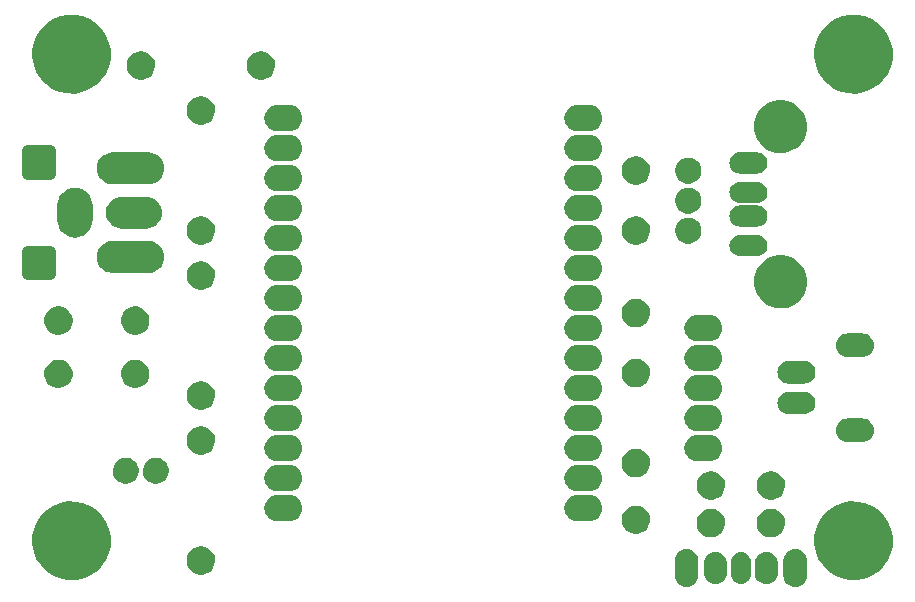
<source format=gbs>
G04 #@! TF.FileFunction,Soldermask,Bot*
%FSLAX45Y45*%
G04 Gerber Fmt 4.5, Leading zero omitted, Abs format (unit mm)*
G04 Created by KiCad (PCBNEW 4.0.1-stable) date 2017年09月08日金曜日 13:41:55*
%MOMM*%
G01*
G04 APERTURE LIST*
%ADD10C,0.100000*%
%ADD11C,1.000000*%
G04 APERTURE END LIST*
D10*
D11*
X13328700Y-11671100D02*
X13518700Y-11671100D01*
X13518700Y-11671100D02*
X13518700Y-11861100D01*
X13518700Y-11861100D02*
X13328700Y-11861100D01*
X13328700Y-11861100D02*
X13328700Y-11671100D01*
X13328700Y-10821100D02*
X13518700Y-10821100D01*
X13518700Y-10821100D02*
X13518700Y-11011100D01*
X13518700Y-11011100D02*
X13328700Y-11011100D01*
X13328700Y-11011100D02*
X13328700Y-10821100D01*
D10*
G36*
X18927603Y-14192267D02*
X18927604Y-14192268D01*
X18927608Y-14192268D01*
X18946252Y-14198039D01*
X18963419Y-14207322D01*
X18978457Y-14219762D01*
X18990792Y-14234887D01*
X18999955Y-14252119D01*
X19005596Y-14270802D01*
X19007500Y-14290226D01*
X19007500Y-14411774D01*
X19007490Y-14413170D01*
X19005315Y-14432565D01*
X18999414Y-14451168D01*
X18990011Y-14468271D01*
X18977466Y-14483221D01*
X18962256Y-14495451D01*
X18944961Y-14504493D01*
X18926238Y-14510003D01*
X18926235Y-14510003D01*
X18926233Y-14510004D01*
X18906802Y-14511772D01*
X18887397Y-14509732D01*
X18887396Y-14509732D01*
X18887392Y-14509732D01*
X18868748Y-14503960D01*
X18851581Y-14494678D01*
X18836543Y-14482238D01*
X18824208Y-14467113D01*
X18815045Y-14449881D01*
X18809405Y-14431198D01*
X18807500Y-14411774D01*
X18807500Y-14290226D01*
X18807510Y-14288830D01*
X18809685Y-14269435D01*
X18815587Y-14250832D01*
X18824989Y-14233729D01*
X18837534Y-14218778D01*
X18852744Y-14206549D01*
X18870039Y-14197507D01*
X18888762Y-14191997D01*
X18888765Y-14191997D01*
X18888767Y-14191996D01*
X18908198Y-14190228D01*
X18927603Y-14192267D01*
X18927603Y-14192267D01*
G37*
G36*
X19847603Y-14192267D02*
X19847604Y-14192268D01*
X19847608Y-14192268D01*
X19866252Y-14198039D01*
X19883419Y-14207322D01*
X19898457Y-14219762D01*
X19910792Y-14234887D01*
X19919955Y-14252119D01*
X19925596Y-14270802D01*
X19927500Y-14290226D01*
X19927500Y-14411774D01*
X19927490Y-14413170D01*
X19925315Y-14432565D01*
X19919414Y-14451168D01*
X19910011Y-14468271D01*
X19897466Y-14483221D01*
X19882256Y-14495451D01*
X19864961Y-14504493D01*
X19846238Y-14510003D01*
X19846235Y-14510003D01*
X19846233Y-14510004D01*
X19826802Y-14511772D01*
X19807397Y-14509732D01*
X19807396Y-14509732D01*
X19807392Y-14509732D01*
X19788748Y-14503960D01*
X19771581Y-14494678D01*
X19756543Y-14482238D01*
X19744208Y-14467113D01*
X19735045Y-14449881D01*
X19729405Y-14431198D01*
X19727500Y-14411774D01*
X19727500Y-14290226D01*
X19727510Y-14288830D01*
X19729685Y-14269435D01*
X19735587Y-14250832D01*
X19744989Y-14233729D01*
X19757534Y-14218778D01*
X19772744Y-14206549D01*
X19790039Y-14197507D01*
X19808762Y-14191997D01*
X19808765Y-14191997D01*
X19808767Y-14191996D01*
X19828198Y-14190228D01*
X19847603Y-14192267D01*
X19847603Y-14192267D01*
G37*
G36*
X19384587Y-14217082D02*
X19384588Y-14217082D01*
X19384592Y-14217083D01*
X19400439Y-14221988D01*
X19415031Y-14229879D01*
X19427814Y-14240453D01*
X19438298Y-14253308D01*
X19446086Y-14267956D01*
X19450881Y-14283837D01*
X19452500Y-14300347D01*
X19452500Y-14401653D01*
X19452492Y-14402840D01*
X19450643Y-14419326D01*
X19445627Y-14435138D01*
X19437635Y-14449675D01*
X19426971Y-14462383D01*
X19414043Y-14472778D01*
X19399342Y-14480464D01*
X19383427Y-14485148D01*
X19383424Y-14485148D01*
X19383423Y-14485148D01*
X19366907Y-14486651D01*
X19350413Y-14484918D01*
X19350412Y-14484917D01*
X19350408Y-14484917D01*
X19334561Y-14480012D01*
X19319969Y-14472121D01*
X19307187Y-14461547D01*
X19296702Y-14448691D01*
X19288914Y-14434044D01*
X19284119Y-14418163D01*
X19282500Y-14401653D01*
X19282500Y-14300347D01*
X19282508Y-14299160D01*
X19284358Y-14282674D01*
X19289374Y-14266862D01*
X19297365Y-14252325D01*
X19308029Y-14239617D01*
X19320957Y-14229222D01*
X19335658Y-14221536D01*
X19351573Y-14216852D01*
X19351576Y-14216852D01*
X19351577Y-14216852D01*
X19368093Y-14215349D01*
X19384587Y-14217082D01*
X19384587Y-14217082D01*
G37*
G36*
X19173002Y-14217378D02*
X19173003Y-14217379D01*
X19173007Y-14217379D01*
X19191558Y-14223121D01*
X19208640Y-14232358D01*
X19223602Y-14244736D01*
X19235876Y-14259784D01*
X19244992Y-14276930D01*
X19250605Y-14295520D01*
X19252500Y-14314847D01*
X19252500Y-14387153D01*
X19252490Y-14388542D01*
X19250326Y-14407840D01*
X19244454Y-14426350D01*
X19235099Y-14443367D01*
X19222617Y-14458243D01*
X19207483Y-14470411D01*
X19190273Y-14479408D01*
X19171644Y-14484891D01*
X19171641Y-14484891D01*
X19171640Y-14484891D01*
X19152306Y-14486651D01*
X19132998Y-14484622D01*
X19132997Y-14484621D01*
X19132993Y-14484621D01*
X19114442Y-14478879D01*
X19097360Y-14469642D01*
X19082398Y-14457264D01*
X19070124Y-14442216D01*
X19061008Y-14425070D01*
X19055395Y-14406479D01*
X19053500Y-14387153D01*
X19053500Y-14314847D01*
X19053510Y-14313458D01*
X19055674Y-14294160D01*
X19061546Y-14275650D01*
X19070901Y-14258633D01*
X19083384Y-14243757D01*
X19098518Y-14231589D01*
X19115727Y-14222592D01*
X19134356Y-14217109D01*
X19134359Y-14217109D01*
X19134360Y-14217108D01*
X19153694Y-14215349D01*
X19173002Y-14217378D01*
X19173002Y-14217378D01*
G37*
G36*
X19602002Y-14217378D02*
X19602003Y-14217379D01*
X19602007Y-14217379D01*
X19620558Y-14223121D01*
X19637640Y-14232358D01*
X19652602Y-14244736D01*
X19664876Y-14259784D01*
X19673992Y-14276930D01*
X19679605Y-14295520D01*
X19681500Y-14314847D01*
X19681500Y-14387153D01*
X19681490Y-14388542D01*
X19679326Y-14407840D01*
X19673454Y-14426350D01*
X19664099Y-14443367D01*
X19651617Y-14458243D01*
X19636483Y-14470411D01*
X19619273Y-14479408D01*
X19600644Y-14484891D01*
X19600641Y-14484891D01*
X19600640Y-14484891D01*
X19581306Y-14486651D01*
X19561998Y-14484622D01*
X19561997Y-14484621D01*
X19561993Y-14484621D01*
X19543442Y-14478879D01*
X19526360Y-14469642D01*
X19511398Y-14457264D01*
X19499124Y-14442216D01*
X19490008Y-14425070D01*
X19484395Y-14406479D01*
X19482500Y-14387153D01*
X19482500Y-14314847D01*
X19482510Y-14313458D01*
X19484674Y-14294160D01*
X19490546Y-14275650D01*
X19499901Y-14258633D01*
X19512384Y-14243757D01*
X19527518Y-14231589D01*
X19544727Y-14222592D01*
X19563356Y-14217109D01*
X19563359Y-14217109D01*
X19563360Y-14217108D01*
X19582694Y-14215349D01*
X19602002Y-14217378D01*
X19602002Y-14217378D01*
G37*
G36*
X13734924Y-13787721D02*
X13798799Y-13800833D01*
X13858910Y-13826101D01*
X13912969Y-13862564D01*
X13958916Y-13908833D01*
X13995001Y-13963146D01*
X14019849Y-14023431D01*
X14032508Y-14087362D01*
X14032508Y-14087364D01*
X14032514Y-14087397D01*
X14031474Y-14161875D01*
X14031467Y-14161909D01*
X14031467Y-14161909D01*
X14017028Y-14225461D01*
X13990506Y-14285030D01*
X13952919Y-14338314D01*
X13905698Y-14383282D01*
X13850642Y-14418221D01*
X13789848Y-14441801D01*
X13725633Y-14453124D01*
X13660440Y-14451759D01*
X13596754Y-14437756D01*
X13537002Y-14411651D01*
X13483457Y-14374437D01*
X13438161Y-14327531D01*
X13402838Y-14272721D01*
X13378834Y-14212093D01*
X13367063Y-14147957D01*
X13367973Y-14082757D01*
X13381530Y-14018976D01*
X13407218Y-13959042D01*
X13444058Y-13905239D01*
X13490646Y-13859616D01*
X13545209Y-13823911D01*
X13605667Y-13799484D01*
X13669718Y-13787266D01*
X13734924Y-13787721D01*
X13734924Y-13787721D01*
G37*
G36*
X20354924Y-13787721D02*
X20418799Y-13800833D01*
X20478910Y-13826101D01*
X20532969Y-13862564D01*
X20578916Y-13908833D01*
X20615001Y-13963146D01*
X20639849Y-14023431D01*
X20652508Y-14087362D01*
X20652508Y-14087364D01*
X20652514Y-14087397D01*
X20651474Y-14161875D01*
X20651467Y-14161909D01*
X20651467Y-14161909D01*
X20637028Y-14225461D01*
X20610506Y-14285030D01*
X20572919Y-14338314D01*
X20525698Y-14383282D01*
X20470642Y-14418221D01*
X20409849Y-14441801D01*
X20345633Y-14453124D01*
X20280440Y-14451759D01*
X20216754Y-14437756D01*
X20157002Y-14411651D01*
X20103457Y-14374437D01*
X20058161Y-14327531D01*
X20022838Y-14272721D01*
X19998834Y-14212093D01*
X19987063Y-14147957D01*
X19987973Y-14082757D01*
X20001530Y-14018976D01*
X20027218Y-13959042D01*
X20064058Y-13905239D01*
X20110646Y-13859616D01*
X20165209Y-13823911D01*
X20225667Y-13799484D01*
X20289719Y-13787266D01*
X20354924Y-13787721D01*
X20354924Y-13787721D01*
G37*
G36*
X14808104Y-14167580D02*
X14831157Y-14172312D01*
X14852851Y-14181431D01*
X14872361Y-14194591D01*
X14888943Y-14211290D01*
X14901967Y-14230891D01*
X14910934Y-14252648D01*
X14915498Y-14275699D01*
X14915498Y-14275700D01*
X14915505Y-14275733D01*
X14915130Y-14302613D01*
X14915122Y-14302646D01*
X14915122Y-14302647D01*
X14909916Y-14325561D01*
X14900344Y-14347060D01*
X14886779Y-14366290D01*
X14869737Y-14382519D01*
X14849867Y-14395129D01*
X14827926Y-14403639D01*
X14804751Y-14407725D01*
X14781223Y-14407233D01*
X14758238Y-14402179D01*
X14736674Y-14392758D01*
X14717349Y-14379327D01*
X14701001Y-14362398D01*
X14688253Y-14342617D01*
X14679590Y-14320737D01*
X14675342Y-14297590D01*
X14675671Y-14274059D01*
X14680563Y-14251040D01*
X14689834Y-14229410D01*
X14703130Y-14209992D01*
X14719944Y-14193527D01*
X14739635Y-14180641D01*
X14761455Y-14171825D01*
X14784571Y-14167415D01*
X14808104Y-14167580D01*
X14808104Y-14167580D01*
G37*
G36*
X19126104Y-13850080D02*
X19149157Y-13854812D01*
X19170851Y-13863931D01*
X19190361Y-13877091D01*
X19206944Y-13893790D01*
X19219967Y-13913391D01*
X19228934Y-13935148D01*
X19233499Y-13958199D01*
X19233499Y-13958200D01*
X19233505Y-13958233D01*
X19233130Y-13985113D01*
X19233122Y-13985146D01*
X19233122Y-13985147D01*
X19227916Y-14008061D01*
X19218344Y-14029560D01*
X19204779Y-14048790D01*
X19187737Y-14065019D01*
X19167867Y-14077629D01*
X19145927Y-14086139D01*
X19122751Y-14090225D01*
X19099223Y-14089733D01*
X19076238Y-14084679D01*
X19054674Y-14075258D01*
X19035349Y-14061827D01*
X19019001Y-14044898D01*
X19006254Y-14025117D01*
X18997590Y-14003237D01*
X18993342Y-13980090D01*
X18993671Y-13956559D01*
X18998563Y-13933540D01*
X19007834Y-13911910D01*
X19021130Y-13892492D01*
X19037944Y-13876027D01*
X19057635Y-13863141D01*
X19079455Y-13854325D01*
X19102571Y-13849915D01*
X19126104Y-13850080D01*
X19126104Y-13850080D01*
G37*
G36*
X19634104Y-13850080D02*
X19657157Y-13854812D01*
X19678851Y-13863931D01*
X19698361Y-13877091D01*
X19714944Y-13893790D01*
X19727967Y-13913391D01*
X19736934Y-13935148D01*
X19741499Y-13958199D01*
X19741499Y-13958200D01*
X19741505Y-13958233D01*
X19741130Y-13985113D01*
X19741122Y-13985146D01*
X19741122Y-13985147D01*
X19735916Y-14008061D01*
X19726344Y-14029560D01*
X19712779Y-14048790D01*
X19695737Y-14065019D01*
X19675867Y-14077629D01*
X19653927Y-14086139D01*
X19630751Y-14090225D01*
X19607223Y-14089733D01*
X19584238Y-14084679D01*
X19562674Y-14075258D01*
X19543349Y-14061827D01*
X19527001Y-14044898D01*
X19514254Y-14025117D01*
X19505590Y-14003237D01*
X19501342Y-13980090D01*
X19501671Y-13956559D01*
X19506563Y-13933540D01*
X19515834Y-13911910D01*
X19529130Y-13892492D01*
X19545944Y-13876027D01*
X19565635Y-13863141D01*
X19587455Y-13854325D01*
X19610571Y-13849915D01*
X19634104Y-13850080D01*
X19634104Y-13850080D01*
G37*
G36*
X18491104Y-13822080D02*
X18514157Y-13826812D01*
X18535851Y-13835931D01*
X18555361Y-13849091D01*
X18571944Y-13865790D01*
X18584967Y-13885391D01*
X18593934Y-13907148D01*
X18598499Y-13930199D01*
X18598499Y-13930200D01*
X18598505Y-13930233D01*
X18598130Y-13957113D01*
X18598122Y-13957146D01*
X18598122Y-13957147D01*
X18592916Y-13980061D01*
X18583344Y-14001560D01*
X18569779Y-14020790D01*
X18552737Y-14037019D01*
X18532867Y-14049629D01*
X18510927Y-14058139D01*
X18487751Y-14062225D01*
X18464223Y-14061733D01*
X18441238Y-14056679D01*
X18419674Y-14047258D01*
X18400349Y-14033827D01*
X18384001Y-14016898D01*
X18371254Y-13997117D01*
X18362590Y-13975237D01*
X18358342Y-13952090D01*
X18358671Y-13928559D01*
X18363563Y-13905540D01*
X18372834Y-13883910D01*
X18386130Y-13864492D01*
X18402944Y-13848027D01*
X18422635Y-13835141D01*
X18444455Y-13826325D01*
X18467571Y-13821915D01*
X18491104Y-13822080D01*
X18491104Y-13822080D01*
G37*
G36*
X18085764Y-13733007D02*
X18086310Y-13733011D01*
X18107645Y-13735404D01*
X18128108Y-13741895D01*
X18146921Y-13752237D01*
X18163366Y-13766037D01*
X18176818Y-13782768D01*
X18186764Y-13801793D01*
X18192826Y-13822388D01*
X18192826Y-13822391D01*
X18192827Y-13822393D01*
X18194772Y-13843768D01*
X18192528Y-13865114D01*
X18192528Y-13865115D01*
X18192528Y-13865119D01*
X18186179Y-13885627D01*
X18175968Y-13904511D01*
X18162284Y-13921053D01*
X18145647Y-13934621D01*
X18126692Y-13944700D01*
X18106140Y-13950905D01*
X18084774Y-13953000D01*
X17983222Y-13953000D01*
X17982236Y-13952993D01*
X17981690Y-13952989D01*
X17960356Y-13950596D01*
X17939892Y-13944105D01*
X17921079Y-13933762D01*
X17904634Y-13919963D01*
X17891182Y-13903232D01*
X17881236Y-13884207D01*
X17875174Y-13863612D01*
X17875174Y-13863609D01*
X17875174Y-13863607D01*
X17873228Y-13842232D01*
X17875472Y-13820886D01*
X17875472Y-13820885D01*
X17875473Y-13820881D01*
X17881821Y-13800373D01*
X17892032Y-13781489D01*
X17905716Y-13764947D01*
X17922353Y-13751379D01*
X17941308Y-13741300D01*
X17961860Y-13735095D01*
X17983226Y-13733000D01*
X18084778Y-13733000D01*
X18085764Y-13733007D01*
X18085764Y-13733007D01*
G37*
G36*
X15545764Y-13733007D02*
X15546310Y-13733011D01*
X15567644Y-13735404D01*
X15588108Y-13741895D01*
X15606921Y-13752237D01*
X15623366Y-13766037D01*
X15636818Y-13782768D01*
X15646764Y-13801793D01*
X15652826Y-13822388D01*
X15652826Y-13822391D01*
X15652826Y-13822393D01*
X15654772Y-13843768D01*
X15652528Y-13865114D01*
X15652528Y-13865115D01*
X15652527Y-13865119D01*
X15646179Y-13885627D01*
X15635968Y-13904511D01*
X15622284Y-13921053D01*
X15605647Y-13934621D01*
X15586692Y-13944700D01*
X15566140Y-13950905D01*
X15544774Y-13953000D01*
X15443222Y-13953000D01*
X15442236Y-13952993D01*
X15441690Y-13952989D01*
X15420355Y-13950596D01*
X15399892Y-13944105D01*
X15381079Y-13933762D01*
X15364634Y-13919963D01*
X15351182Y-13903232D01*
X15341236Y-13884207D01*
X15335174Y-13863612D01*
X15335174Y-13863609D01*
X15335173Y-13863607D01*
X15333228Y-13842232D01*
X15335472Y-13820886D01*
X15335472Y-13820885D01*
X15335472Y-13820881D01*
X15341821Y-13800373D01*
X15352032Y-13781489D01*
X15365716Y-13764947D01*
X15382353Y-13751379D01*
X15401308Y-13741300D01*
X15421860Y-13735095D01*
X15443226Y-13733000D01*
X15544778Y-13733000D01*
X15545764Y-13733007D01*
X15545764Y-13733007D01*
G37*
G36*
X19126104Y-13532580D02*
X19149157Y-13537312D01*
X19170851Y-13546431D01*
X19190361Y-13559591D01*
X19206944Y-13576290D01*
X19219967Y-13595891D01*
X19228934Y-13617648D01*
X19233499Y-13640699D01*
X19233499Y-13640700D01*
X19233505Y-13640733D01*
X19233130Y-13667613D01*
X19233122Y-13667646D01*
X19233122Y-13667647D01*
X19227916Y-13690561D01*
X19218344Y-13712060D01*
X19204779Y-13731290D01*
X19187737Y-13747519D01*
X19167867Y-13760129D01*
X19145927Y-13768639D01*
X19122751Y-13772725D01*
X19099223Y-13772233D01*
X19076238Y-13767179D01*
X19054674Y-13757758D01*
X19035349Y-13744327D01*
X19019001Y-13727398D01*
X19006254Y-13707617D01*
X18997590Y-13685737D01*
X18993342Y-13662590D01*
X18993671Y-13639059D01*
X18998563Y-13616040D01*
X19007834Y-13594410D01*
X19021130Y-13574992D01*
X19037944Y-13558527D01*
X19057635Y-13545641D01*
X19079455Y-13536825D01*
X19102571Y-13532415D01*
X19126104Y-13532580D01*
X19126104Y-13532580D01*
G37*
G36*
X19634104Y-13532580D02*
X19657157Y-13537312D01*
X19678851Y-13546431D01*
X19698361Y-13559591D01*
X19714944Y-13576290D01*
X19727967Y-13595891D01*
X19736934Y-13617648D01*
X19741499Y-13640699D01*
X19741499Y-13640700D01*
X19741505Y-13640733D01*
X19741130Y-13667613D01*
X19741122Y-13667646D01*
X19741122Y-13667647D01*
X19735916Y-13690561D01*
X19726344Y-13712060D01*
X19712779Y-13731290D01*
X19695737Y-13747519D01*
X19675867Y-13760129D01*
X19653927Y-13768639D01*
X19630751Y-13772725D01*
X19607223Y-13772233D01*
X19584238Y-13767179D01*
X19562674Y-13757758D01*
X19543349Y-13744327D01*
X19527001Y-13727398D01*
X19514254Y-13707617D01*
X19505590Y-13685737D01*
X19501342Y-13662590D01*
X19501671Y-13639059D01*
X19506563Y-13616040D01*
X19515834Y-13594410D01*
X19529130Y-13574992D01*
X19545944Y-13558527D01*
X19565635Y-13545641D01*
X19587455Y-13536825D01*
X19610571Y-13532415D01*
X19634104Y-13532580D01*
X19634104Y-13532580D01*
G37*
G36*
X18085764Y-13479007D02*
X18086310Y-13479011D01*
X18107645Y-13481404D01*
X18128108Y-13487895D01*
X18146921Y-13498237D01*
X18163366Y-13512037D01*
X18176818Y-13528768D01*
X18186764Y-13547793D01*
X18192826Y-13568388D01*
X18192826Y-13568391D01*
X18192827Y-13568393D01*
X18194772Y-13589768D01*
X18192528Y-13611114D01*
X18192528Y-13611115D01*
X18192528Y-13611119D01*
X18186179Y-13631627D01*
X18175968Y-13650511D01*
X18162284Y-13667053D01*
X18145647Y-13680621D01*
X18126692Y-13690700D01*
X18106140Y-13696905D01*
X18084774Y-13699000D01*
X17983222Y-13699000D01*
X17982236Y-13698993D01*
X17981690Y-13698989D01*
X17960356Y-13696596D01*
X17939892Y-13690105D01*
X17921079Y-13679762D01*
X17904634Y-13665963D01*
X17891182Y-13649232D01*
X17881236Y-13630207D01*
X17875174Y-13609612D01*
X17875174Y-13609609D01*
X17875174Y-13609607D01*
X17873228Y-13588232D01*
X17875472Y-13566886D01*
X17875472Y-13566885D01*
X17875473Y-13566881D01*
X17881821Y-13546373D01*
X17892032Y-13527489D01*
X17905716Y-13510947D01*
X17922353Y-13497379D01*
X17941308Y-13487300D01*
X17961860Y-13481095D01*
X17983226Y-13479000D01*
X18084778Y-13479000D01*
X18085764Y-13479007D01*
X18085764Y-13479007D01*
G37*
G36*
X15545764Y-13479007D02*
X15546310Y-13479011D01*
X15567644Y-13481404D01*
X15588108Y-13487895D01*
X15606921Y-13498237D01*
X15623366Y-13512037D01*
X15636818Y-13528768D01*
X15646764Y-13547793D01*
X15652826Y-13568388D01*
X15652826Y-13568391D01*
X15652826Y-13568393D01*
X15654772Y-13589768D01*
X15652528Y-13611114D01*
X15652528Y-13611115D01*
X15652527Y-13611119D01*
X15646179Y-13631627D01*
X15635968Y-13650511D01*
X15622284Y-13667053D01*
X15605647Y-13680621D01*
X15586692Y-13690700D01*
X15566140Y-13696905D01*
X15544774Y-13699000D01*
X15443222Y-13699000D01*
X15442236Y-13698993D01*
X15441690Y-13698989D01*
X15420355Y-13696596D01*
X15399892Y-13690105D01*
X15381079Y-13679762D01*
X15364634Y-13665963D01*
X15351182Y-13649232D01*
X15341236Y-13630207D01*
X15335174Y-13609612D01*
X15335174Y-13609609D01*
X15335173Y-13609607D01*
X15333228Y-13588232D01*
X15335472Y-13566886D01*
X15335472Y-13566885D01*
X15335472Y-13566881D01*
X15341821Y-13546373D01*
X15352032Y-13527489D01*
X15365716Y-13510947D01*
X15382353Y-13497379D01*
X15401308Y-13487300D01*
X15421860Y-13481095D01*
X15443226Y-13479000D01*
X15544778Y-13479000D01*
X15545764Y-13479007D01*
X15545764Y-13479007D01*
G37*
G36*
X14172054Y-13415573D02*
X14193185Y-13419911D01*
X14213072Y-13428270D01*
X14230956Y-13440333D01*
X14246157Y-13455641D01*
X14258094Y-13473608D01*
X14266315Y-13493552D01*
X14270498Y-13514680D01*
X14270498Y-13514680D01*
X14270505Y-13514714D01*
X14270161Y-13539353D01*
X14270153Y-13539387D01*
X14270153Y-13539388D01*
X14265382Y-13560389D01*
X14256607Y-13580096D01*
X14244173Y-13597724D01*
X14228550Y-13612601D01*
X14210337Y-13624160D01*
X14190224Y-13631961D01*
X14168980Y-13635707D01*
X14147413Y-13635255D01*
X14126343Y-13630622D01*
X14106576Y-13621986D01*
X14088862Y-13609675D01*
X14073876Y-13594157D01*
X14062191Y-13576024D01*
X14054249Y-13555967D01*
X14050355Y-13534749D01*
X14050656Y-13513179D01*
X14055141Y-13492079D01*
X14063640Y-13472251D01*
X14075827Y-13454451D01*
X14091240Y-13439358D01*
X14109291Y-13427546D01*
X14129292Y-13419465D01*
X14150482Y-13415422D01*
X14172054Y-13415573D01*
X14172054Y-13415573D01*
G37*
G36*
X14426054Y-13415573D02*
X14447185Y-13419911D01*
X14467072Y-13428270D01*
X14484956Y-13440333D01*
X14500157Y-13455641D01*
X14512094Y-13473608D01*
X14520315Y-13493552D01*
X14524498Y-13514680D01*
X14524498Y-13514680D01*
X14524505Y-13514714D01*
X14524161Y-13539353D01*
X14524153Y-13539387D01*
X14524153Y-13539388D01*
X14519382Y-13560389D01*
X14510607Y-13580096D01*
X14498173Y-13597724D01*
X14482550Y-13612601D01*
X14464337Y-13624160D01*
X14444224Y-13631961D01*
X14422980Y-13635707D01*
X14401413Y-13635255D01*
X14380343Y-13630622D01*
X14360576Y-13621986D01*
X14342862Y-13609675D01*
X14327876Y-13594157D01*
X14316191Y-13576024D01*
X14308249Y-13555967D01*
X14304355Y-13534749D01*
X14304656Y-13513179D01*
X14309141Y-13492079D01*
X14317640Y-13472251D01*
X14329827Y-13454451D01*
X14345240Y-13439358D01*
X14363291Y-13427546D01*
X14383292Y-13419465D01*
X14404482Y-13415422D01*
X14426054Y-13415573D01*
X14426054Y-13415573D01*
G37*
G36*
X18491104Y-13342080D02*
X18514157Y-13346812D01*
X18535851Y-13355931D01*
X18555361Y-13369091D01*
X18571944Y-13385790D01*
X18584967Y-13405391D01*
X18593934Y-13427148D01*
X18598499Y-13450199D01*
X18598499Y-13450200D01*
X18598505Y-13450233D01*
X18598130Y-13477113D01*
X18598122Y-13477146D01*
X18598122Y-13477147D01*
X18592916Y-13500061D01*
X18583344Y-13521560D01*
X18569779Y-13540790D01*
X18552737Y-13557019D01*
X18532867Y-13569629D01*
X18510927Y-13578139D01*
X18487751Y-13582225D01*
X18464223Y-13581733D01*
X18441238Y-13576679D01*
X18419674Y-13567258D01*
X18400349Y-13553827D01*
X18384001Y-13536898D01*
X18371254Y-13517117D01*
X18362590Y-13495237D01*
X18358342Y-13472090D01*
X18358671Y-13448559D01*
X18363563Y-13425540D01*
X18372834Y-13403910D01*
X18386130Y-13384492D01*
X18402944Y-13368027D01*
X18422635Y-13355141D01*
X18444455Y-13346325D01*
X18467571Y-13341915D01*
X18491104Y-13342080D01*
X18491104Y-13342080D01*
G37*
G36*
X19101764Y-13225007D02*
X19102310Y-13225011D01*
X19123645Y-13227404D01*
X19144108Y-13233895D01*
X19162921Y-13244237D01*
X19179366Y-13258037D01*
X19192818Y-13274768D01*
X19202764Y-13293793D01*
X19208826Y-13314388D01*
X19208826Y-13314391D01*
X19208827Y-13314393D01*
X19210772Y-13335768D01*
X19208528Y-13357114D01*
X19208528Y-13357115D01*
X19208528Y-13357119D01*
X19202179Y-13377627D01*
X19191968Y-13396511D01*
X19178284Y-13413053D01*
X19161647Y-13426621D01*
X19142692Y-13436700D01*
X19122140Y-13442905D01*
X19100774Y-13445000D01*
X18999222Y-13445000D01*
X18998236Y-13444993D01*
X18997690Y-13444989D01*
X18976356Y-13442596D01*
X18955892Y-13436105D01*
X18937079Y-13425762D01*
X18920634Y-13411963D01*
X18907182Y-13395232D01*
X18897236Y-13376207D01*
X18891174Y-13355612D01*
X18891174Y-13355609D01*
X18891174Y-13355607D01*
X18889228Y-13334232D01*
X18891472Y-13312886D01*
X18891472Y-13312885D01*
X18891473Y-13312881D01*
X18897821Y-13292373D01*
X18908032Y-13273489D01*
X18921716Y-13256947D01*
X18938353Y-13243379D01*
X18957308Y-13233300D01*
X18977860Y-13227095D01*
X18999226Y-13225000D01*
X19100778Y-13225000D01*
X19101764Y-13225007D01*
X19101764Y-13225007D01*
G37*
G36*
X15545764Y-13225007D02*
X15546310Y-13225011D01*
X15567644Y-13227404D01*
X15588108Y-13233895D01*
X15606921Y-13244237D01*
X15623366Y-13258037D01*
X15636818Y-13274768D01*
X15646764Y-13293793D01*
X15652826Y-13314388D01*
X15652826Y-13314391D01*
X15652826Y-13314393D01*
X15654772Y-13335768D01*
X15652528Y-13357114D01*
X15652528Y-13357115D01*
X15652527Y-13357119D01*
X15646179Y-13377627D01*
X15635968Y-13396511D01*
X15622284Y-13413053D01*
X15605647Y-13426621D01*
X15586692Y-13436700D01*
X15566140Y-13442905D01*
X15544774Y-13445000D01*
X15443222Y-13445000D01*
X15442236Y-13444993D01*
X15441690Y-13444989D01*
X15420355Y-13442596D01*
X15399892Y-13436105D01*
X15381079Y-13425762D01*
X15364634Y-13411963D01*
X15351182Y-13395232D01*
X15341236Y-13376207D01*
X15335174Y-13355612D01*
X15335174Y-13355609D01*
X15335173Y-13355607D01*
X15333228Y-13334232D01*
X15335472Y-13312886D01*
X15335472Y-13312885D01*
X15335472Y-13312881D01*
X15341821Y-13292373D01*
X15352032Y-13273489D01*
X15365716Y-13256947D01*
X15382353Y-13243379D01*
X15401308Y-13233300D01*
X15421860Y-13227095D01*
X15443226Y-13225000D01*
X15544778Y-13225000D01*
X15545764Y-13225007D01*
X15545764Y-13225007D01*
G37*
G36*
X18085764Y-13225007D02*
X18086310Y-13225011D01*
X18107645Y-13227404D01*
X18128108Y-13233895D01*
X18146921Y-13244237D01*
X18163366Y-13258037D01*
X18176818Y-13274768D01*
X18186764Y-13293793D01*
X18192826Y-13314388D01*
X18192826Y-13314391D01*
X18192827Y-13314393D01*
X18194772Y-13335768D01*
X18192528Y-13357114D01*
X18192528Y-13357115D01*
X18192528Y-13357119D01*
X18186179Y-13377627D01*
X18175968Y-13396511D01*
X18162284Y-13413053D01*
X18145647Y-13426621D01*
X18126692Y-13436700D01*
X18106140Y-13442905D01*
X18084774Y-13445000D01*
X17983222Y-13445000D01*
X17982236Y-13444993D01*
X17981690Y-13444989D01*
X17960356Y-13442596D01*
X17939892Y-13436105D01*
X17921079Y-13425762D01*
X17904634Y-13411963D01*
X17891182Y-13395232D01*
X17881236Y-13376207D01*
X17875174Y-13355612D01*
X17875174Y-13355609D01*
X17875174Y-13355607D01*
X17873228Y-13334232D01*
X17875472Y-13312886D01*
X17875472Y-13312885D01*
X17875473Y-13312881D01*
X17881821Y-13292373D01*
X17892032Y-13273489D01*
X17905716Y-13256947D01*
X17922353Y-13243379D01*
X17941308Y-13233300D01*
X17961860Y-13227095D01*
X17983226Y-13225000D01*
X18084778Y-13225000D01*
X18085764Y-13225007D01*
X18085764Y-13225007D01*
G37*
G36*
X14808104Y-13151580D02*
X14831157Y-13156312D01*
X14852851Y-13165431D01*
X14872361Y-13178591D01*
X14888943Y-13195290D01*
X14901967Y-13214891D01*
X14910934Y-13236648D01*
X14915498Y-13259699D01*
X14915498Y-13259700D01*
X14915505Y-13259733D01*
X14915130Y-13286613D01*
X14915122Y-13286646D01*
X14915122Y-13286647D01*
X14909916Y-13309561D01*
X14900344Y-13331060D01*
X14886779Y-13350290D01*
X14869737Y-13366519D01*
X14849867Y-13379129D01*
X14827926Y-13387639D01*
X14804751Y-13391725D01*
X14781223Y-13391233D01*
X14758238Y-13386179D01*
X14736674Y-13376758D01*
X14717349Y-13363327D01*
X14701001Y-13346398D01*
X14688253Y-13326617D01*
X14679590Y-13304737D01*
X14675342Y-13281590D01*
X14675671Y-13258059D01*
X14680563Y-13235040D01*
X14689834Y-13213410D01*
X14703130Y-13193992D01*
X14719944Y-13177527D01*
X14739635Y-13164641D01*
X14761455Y-13155825D01*
X14784571Y-13151415D01*
X14808104Y-13151580D01*
X14808104Y-13151580D01*
G37*
G36*
X20393143Y-13084007D02*
X20393570Y-13084010D01*
X20412965Y-13086185D01*
X20431568Y-13092086D01*
X20448671Y-13101489D01*
X20463622Y-13114034D01*
X20475851Y-13129244D01*
X20484893Y-13146539D01*
X20490403Y-13165262D01*
X20490403Y-13165265D01*
X20490404Y-13165267D01*
X20492172Y-13184698D01*
X20490133Y-13204103D01*
X20490132Y-13204104D01*
X20490132Y-13204108D01*
X20484361Y-13222752D01*
X20475078Y-13239919D01*
X20462638Y-13254957D01*
X20447513Y-13267292D01*
X20430281Y-13276455D01*
X20411598Y-13282095D01*
X20392174Y-13284000D01*
X20270622Y-13284000D01*
X20269657Y-13283993D01*
X20269230Y-13283990D01*
X20249835Y-13281815D01*
X20231232Y-13275913D01*
X20214129Y-13266511D01*
X20199179Y-13253966D01*
X20186949Y-13238756D01*
X20177907Y-13221461D01*
X20172397Y-13202738D01*
X20172397Y-13202735D01*
X20172396Y-13202733D01*
X20170628Y-13183302D01*
X20172668Y-13163897D01*
X20172668Y-13163896D01*
X20172668Y-13163892D01*
X20178440Y-13145248D01*
X20187722Y-13128081D01*
X20200162Y-13113043D01*
X20215287Y-13100708D01*
X20232519Y-13091545D01*
X20251202Y-13085904D01*
X20270626Y-13084000D01*
X20392178Y-13084000D01*
X20393143Y-13084007D01*
X20393143Y-13084007D01*
G37*
G36*
X19101764Y-12971007D02*
X19102310Y-12971011D01*
X19123645Y-12973404D01*
X19144108Y-12979895D01*
X19162921Y-12990237D01*
X19179366Y-13004037D01*
X19192818Y-13020768D01*
X19202764Y-13039793D01*
X19208826Y-13060388D01*
X19208826Y-13060391D01*
X19208827Y-13060393D01*
X19210772Y-13081768D01*
X19208528Y-13103114D01*
X19208528Y-13103115D01*
X19208528Y-13103119D01*
X19202179Y-13123627D01*
X19191968Y-13142511D01*
X19178284Y-13159053D01*
X19161647Y-13172621D01*
X19142692Y-13182700D01*
X19122140Y-13188905D01*
X19100774Y-13191000D01*
X18999222Y-13191000D01*
X18998236Y-13190993D01*
X18997690Y-13190989D01*
X18976356Y-13188596D01*
X18955892Y-13182105D01*
X18937079Y-13171762D01*
X18920634Y-13157963D01*
X18907182Y-13141232D01*
X18897236Y-13122207D01*
X18891174Y-13101612D01*
X18891174Y-13101609D01*
X18891174Y-13101607D01*
X18889228Y-13080232D01*
X18891472Y-13058886D01*
X18891472Y-13058885D01*
X18891473Y-13058881D01*
X18897821Y-13038373D01*
X18908032Y-13019489D01*
X18921716Y-13002947D01*
X18938353Y-12989379D01*
X18957308Y-12979300D01*
X18977860Y-12973095D01*
X18999226Y-12971000D01*
X19100778Y-12971000D01*
X19101764Y-12971007D01*
X19101764Y-12971007D01*
G37*
G36*
X15545764Y-12971007D02*
X15546310Y-12971011D01*
X15567644Y-12973404D01*
X15588108Y-12979895D01*
X15606921Y-12990237D01*
X15623366Y-13004037D01*
X15636818Y-13020768D01*
X15646764Y-13039793D01*
X15652826Y-13060388D01*
X15652826Y-13060391D01*
X15652826Y-13060393D01*
X15654772Y-13081768D01*
X15652528Y-13103114D01*
X15652528Y-13103115D01*
X15652527Y-13103119D01*
X15646179Y-13123627D01*
X15635968Y-13142511D01*
X15622284Y-13159053D01*
X15605647Y-13172621D01*
X15586692Y-13182700D01*
X15566140Y-13188905D01*
X15544774Y-13191000D01*
X15443222Y-13191000D01*
X15442236Y-13190993D01*
X15441690Y-13190989D01*
X15420355Y-13188596D01*
X15399892Y-13182105D01*
X15381079Y-13171762D01*
X15364634Y-13157963D01*
X15351182Y-13141232D01*
X15341236Y-13122207D01*
X15335174Y-13101612D01*
X15335174Y-13101609D01*
X15335173Y-13101607D01*
X15333228Y-13080232D01*
X15335472Y-13058886D01*
X15335472Y-13058885D01*
X15335472Y-13058881D01*
X15341821Y-13038373D01*
X15352032Y-13019489D01*
X15365716Y-13002947D01*
X15382353Y-12989379D01*
X15401308Y-12979300D01*
X15421860Y-12973095D01*
X15443226Y-12971000D01*
X15544778Y-12971000D01*
X15545764Y-12971007D01*
X15545764Y-12971007D01*
G37*
G36*
X18085764Y-12971007D02*
X18086310Y-12971011D01*
X18107645Y-12973404D01*
X18128108Y-12979895D01*
X18146921Y-12990237D01*
X18163366Y-13004037D01*
X18176818Y-13020768D01*
X18186764Y-13039793D01*
X18192826Y-13060388D01*
X18192826Y-13060391D01*
X18192827Y-13060393D01*
X18194772Y-13081768D01*
X18192528Y-13103114D01*
X18192528Y-13103115D01*
X18192528Y-13103119D01*
X18186179Y-13123627D01*
X18175968Y-13142511D01*
X18162284Y-13159053D01*
X18145647Y-13172621D01*
X18126692Y-13182700D01*
X18106140Y-13188905D01*
X18084774Y-13191000D01*
X17983222Y-13191000D01*
X17982236Y-13190993D01*
X17981690Y-13190989D01*
X17960356Y-13188596D01*
X17939892Y-13182105D01*
X17921079Y-13171762D01*
X17904634Y-13157963D01*
X17891182Y-13141232D01*
X17881236Y-13122207D01*
X17875174Y-13101612D01*
X17875174Y-13101609D01*
X17875174Y-13101607D01*
X17873228Y-13080232D01*
X17875472Y-13058886D01*
X17875472Y-13058885D01*
X17875473Y-13058881D01*
X17881821Y-13038373D01*
X17892032Y-13019489D01*
X17905716Y-13002947D01*
X17922353Y-12989379D01*
X17941308Y-12979300D01*
X17961860Y-12973095D01*
X17983226Y-12971000D01*
X18084778Y-12971000D01*
X18085764Y-12971007D01*
X18085764Y-12971007D01*
G37*
G36*
X19904298Y-12859008D02*
X19904299Y-12859008D01*
X19904501Y-12859009D01*
X19922926Y-12861076D01*
X19940599Y-12866682D01*
X19956846Y-12875614D01*
X19971049Y-12887532D01*
X19982667Y-12901981D01*
X19991257Y-12918412D01*
X19996492Y-12936199D01*
X19996492Y-12936202D01*
X19996492Y-12936203D01*
X19998172Y-12954663D01*
X19996235Y-12973098D01*
X19996234Y-12973099D01*
X19996234Y-12973102D01*
X19990751Y-12990814D01*
X19981933Y-13007123D01*
X19970114Y-13021409D01*
X19955746Y-13033127D01*
X19939376Y-13041832D01*
X19921627Y-13047191D01*
X19903174Y-13049000D01*
X19771622Y-13049000D01*
X19770502Y-13048992D01*
X19770501Y-13048992D01*
X19770299Y-13048991D01*
X19751874Y-13046924D01*
X19734201Y-13041318D01*
X19717954Y-13032386D01*
X19703751Y-13020468D01*
X19692133Y-13006018D01*
X19683543Y-12989588D01*
X19678309Y-12971801D01*
X19678308Y-12971798D01*
X19678308Y-12971796D01*
X19676628Y-12953337D01*
X19678566Y-12934902D01*
X19678566Y-12934901D01*
X19678566Y-12934898D01*
X19684049Y-12917186D01*
X19692867Y-12900877D01*
X19704686Y-12886591D01*
X19719054Y-12874872D01*
X19735424Y-12866168D01*
X19753174Y-12860809D01*
X19771626Y-12859000D01*
X19903178Y-12859000D01*
X19904298Y-12859008D01*
X19904298Y-12859008D01*
G37*
G36*
X14808104Y-12770580D02*
X14831157Y-12775312D01*
X14852851Y-12784431D01*
X14872361Y-12797591D01*
X14888943Y-12814290D01*
X14901967Y-12833891D01*
X14910934Y-12855648D01*
X14915498Y-12878699D01*
X14915498Y-12878700D01*
X14915505Y-12878733D01*
X14915130Y-12905613D01*
X14915122Y-12905646D01*
X14915122Y-12905647D01*
X14909916Y-12928561D01*
X14900344Y-12950060D01*
X14886779Y-12969290D01*
X14869737Y-12985519D01*
X14849867Y-12998129D01*
X14827926Y-13006639D01*
X14804751Y-13010725D01*
X14781223Y-13010233D01*
X14758238Y-13005179D01*
X14736674Y-12995758D01*
X14717349Y-12982327D01*
X14701001Y-12965398D01*
X14688253Y-12945617D01*
X14679590Y-12923737D01*
X14675342Y-12900590D01*
X14675671Y-12877059D01*
X14680563Y-12854040D01*
X14689834Y-12832410D01*
X14703130Y-12812992D01*
X14719944Y-12796527D01*
X14739635Y-12783641D01*
X14761455Y-12774825D01*
X14784571Y-12770415D01*
X14808104Y-12770580D01*
X14808104Y-12770580D01*
G37*
G36*
X15545764Y-12717007D02*
X15546310Y-12717011D01*
X15567644Y-12719404D01*
X15588108Y-12725895D01*
X15606921Y-12736237D01*
X15623366Y-12750037D01*
X15636818Y-12766768D01*
X15646764Y-12785793D01*
X15652826Y-12806388D01*
X15652826Y-12806391D01*
X15652826Y-12806393D01*
X15654772Y-12827768D01*
X15652528Y-12849114D01*
X15652528Y-12849115D01*
X15652527Y-12849119D01*
X15646179Y-12869627D01*
X15635968Y-12888511D01*
X15622284Y-12905053D01*
X15605647Y-12918621D01*
X15586692Y-12928700D01*
X15566140Y-12934905D01*
X15544774Y-12937000D01*
X15443222Y-12937000D01*
X15442236Y-12936993D01*
X15441690Y-12936989D01*
X15420355Y-12934596D01*
X15399892Y-12928105D01*
X15381079Y-12917762D01*
X15364634Y-12903963D01*
X15351182Y-12887232D01*
X15341236Y-12868207D01*
X15335174Y-12847612D01*
X15335174Y-12847609D01*
X15335173Y-12847607D01*
X15333228Y-12826232D01*
X15335472Y-12804886D01*
X15335472Y-12804885D01*
X15335472Y-12804881D01*
X15341821Y-12784373D01*
X15352032Y-12765489D01*
X15365716Y-12748947D01*
X15382353Y-12735379D01*
X15401308Y-12725300D01*
X15421860Y-12719095D01*
X15443226Y-12717000D01*
X15544778Y-12717000D01*
X15545764Y-12717007D01*
X15545764Y-12717007D01*
G37*
G36*
X18085764Y-12717007D02*
X18086310Y-12717011D01*
X18107645Y-12719404D01*
X18128108Y-12725895D01*
X18146921Y-12736237D01*
X18163366Y-12750037D01*
X18176818Y-12766768D01*
X18186764Y-12785793D01*
X18192826Y-12806388D01*
X18192826Y-12806391D01*
X18192827Y-12806393D01*
X18194772Y-12827768D01*
X18192528Y-12849114D01*
X18192528Y-12849115D01*
X18192528Y-12849119D01*
X18186179Y-12869627D01*
X18175968Y-12888511D01*
X18162284Y-12905053D01*
X18145647Y-12918621D01*
X18126692Y-12928700D01*
X18106140Y-12934905D01*
X18084774Y-12937000D01*
X17983222Y-12937000D01*
X17982236Y-12936993D01*
X17981690Y-12936989D01*
X17960356Y-12934596D01*
X17939892Y-12928105D01*
X17921079Y-12917762D01*
X17904634Y-12903963D01*
X17891182Y-12887232D01*
X17881236Y-12868207D01*
X17875174Y-12847612D01*
X17875174Y-12847609D01*
X17875174Y-12847607D01*
X17873228Y-12826232D01*
X17875472Y-12804886D01*
X17875472Y-12804885D01*
X17875473Y-12804881D01*
X17881821Y-12784373D01*
X17892032Y-12765489D01*
X17905716Y-12748947D01*
X17922353Y-12735379D01*
X17941308Y-12725300D01*
X17961860Y-12719095D01*
X17983226Y-12717000D01*
X18084778Y-12717000D01*
X18085764Y-12717007D01*
X18085764Y-12717007D01*
G37*
G36*
X19101764Y-12717007D02*
X19102310Y-12717011D01*
X19123645Y-12719404D01*
X19144108Y-12725895D01*
X19162921Y-12736237D01*
X19179366Y-12750037D01*
X19192818Y-12766768D01*
X19202764Y-12785793D01*
X19208826Y-12806388D01*
X19208826Y-12806391D01*
X19208827Y-12806393D01*
X19210772Y-12827768D01*
X19208528Y-12849114D01*
X19208528Y-12849115D01*
X19208528Y-12849119D01*
X19202179Y-12869627D01*
X19191968Y-12888511D01*
X19178284Y-12905053D01*
X19161647Y-12918621D01*
X19142692Y-12928700D01*
X19122140Y-12934905D01*
X19100774Y-12937000D01*
X18999222Y-12937000D01*
X18998236Y-12936993D01*
X18997690Y-12936989D01*
X18976356Y-12934596D01*
X18955892Y-12928105D01*
X18937079Y-12917762D01*
X18920634Y-12903963D01*
X18907182Y-12887232D01*
X18897236Y-12868207D01*
X18891174Y-12847612D01*
X18891174Y-12847609D01*
X18891174Y-12847607D01*
X18889228Y-12826232D01*
X18891472Y-12804886D01*
X18891472Y-12804885D01*
X18891473Y-12804881D01*
X18897821Y-12784373D01*
X18908032Y-12765489D01*
X18921716Y-12748947D01*
X18938353Y-12735379D01*
X18957308Y-12725300D01*
X18977860Y-12719095D01*
X18999226Y-12717000D01*
X19100778Y-12717000D01*
X19101764Y-12717007D01*
X19101764Y-12717007D01*
G37*
G36*
X13601604Y-12585580D02*
X13624657Y-12590312D01*
X13646351Y-12599431D01*
X13665861Y-12612591D01*
X13682443Y-12629290D01*
X13695467Y-12648891D01*
X13704434Y-12670648D01*
X13708998Y-12693699D01*
X13708998Y-12693700D01*
X13709005Y-12693733D01*
X13708630Y-12720613D01*
X13708622Y-12720646D01*
X13708622Y-12720647D01*
X13703416Y-12743561D01*
X13693844Y-12765060D01*
X13680279Y-12784290D01*
X13663237Y-12800519D01*
X13643367Y-12813129D01*
X13621426Y-12821639D01*
X13598251Y-12825725D01*
X13574723Y-12825233D01*
X13551738Y-12820179D01*
X13530174Y-12810758D01*
X13510849Y-12797327D01*
X13494501Y-12780398D01*
X13481753Y-12760617D01*
X13473090Y-12738737D01*
X13468842Y-12715590D01*
X13469171Y-12692059D01*
X13474063Y-12669040D01*
X13483334Y-12647410D01*
X13496630Y-12627992D01*
X13513444Y-12611527D01*
X13533135Y-12598641D01*
X13554955Y-12589825D01*
X13578071Y-12585415D01*
X13601604Y-12585580D01*
X13601604Y-12585580D01*
G37*
G36*
X14251604Y-12585580D02*
X14274657Y-12590312D01*
X14296351Y-12599431D01*
X14315861Y-12612591D01*
X14332443Y-12629290D01*
X14345467Y-12648891D01*
X14354434Y-12670648D01*
X14358998Y-12693699D01*
X14358998Y-12693700D01*
X14359005Y-12693733D01*
X14358630Y-12720613D01*
X14358622Y-12720646D01*
X14358622Y-12720647D01*
X14353416Y-12743561D01*
X14343844Y-12765060D01*
X14330279Y-12784290D01*
X14313237Y-12800519D01*
X14293367Y-12813129D01*
X14271426Y-12821639D01*
X14248251Y-12825725D01*
X14224723Y-12825233D01*
X14201738Y-12820179D01*
X14180174Y-12810758D01*
X14160849Y-12797327D01*
X14144501Y-12780398D01*
X14131753Y-12760617D01*
X14123090Y-12738737D01*
X14118842Y-12715590D01*
X14119171Y-12692059D01*
X14124063Y-12669040D01*
X14133334Y-12647410D01*
X14146630Y-12627992D01*
X14163444Y-12611527D01*
X14183135Y-12598641D01*
X14204955Y-12589825D01*
X14228071Y-12585415D01*
X14251604Y-12585580D01*
X14251604Y-12585580D01*
G37*
G36*
X18491104Y-12580080D02*
X18514157Y-12584812D01*
X18535851Y-12593931D01*
X18555361Y-12607091D01*
X18571944Y-12623790D01*
X18584967Y-12643391D01*
X18593934Y-12665148D01*
X18598499Y-12688199D01*
X18598499Y-12688200D01*
X18598505Y-12688233D01*
X18598130Y-12715113D01*
X18598122Y-12715146D01*
X18598122Y-12715147D01*
X18592916Y-12738061D01*
X18583344Y-12759560D01*
X18569779Y-12778790D01*
X18552737Y-12795019D01*
X18532867Y-12807629D01*
X18510927Y-12816139D01*
X18487751Y-12820225D01*
X18464223Y-12819733D01*
X18441238Y-12814679D01*
X18419674Y-12805258D01*
X18400349Y-12791827D01*
X18384001Y-12774898D01*
X18371254Y-12755117D01*
X18362590Y-12733237D01*
X18358342Y-12710090D01*
X18358671Y-12686559D01*
X18363563Y-12663540D01*
X18372834Y-12641910D01*
X18386130Y-12622492D01*
X18402944Y-12606027D01*
X18422635Y-12593141D01*
X18444455Y-12584325D01*
X18467571Y-12579915D01*
X18491104Y-12580080D01*
X18491104Y-12580080D01*
G37*
G36*
X19904298Y-12599008D02*
X19904299Y-12599008D01*
X19904501Y-12599009D01*
X19922926Y-12601076D01*
X19940599Y-12606682D01*
X19956846Y-12615614D01*
X19971049Y-12627532D01*
X19982667Y-12641981D01*
X19991257Y-12658412D01*
X19996492Y-12676199D01*
X19996492Y-12676202D01*
X19996492Y-12676203D01*
X19998172Y-12694663D01*
X19996235Y-12713098D01*
X19996234Y-12713099D01*
X19996234Y-12713102D01*
X19990751Y-12730814D01*
X19981933Y-12747123D01*
X19970114Y-12761409D01*
X19955746Y-12773127D01*
X19939376Y-12781832D01*
X19921627Y-12787191D01*
X19903174Y-12789000D01*
X19771622Y-12789000D01*
X19770502Y-12788992D01*
X19770501Y-12788992D01*
X19770299Y-12788991D01*
X19751874Y-12786924D01*
X19734201Y-12781318D01*
X19717954Y-12772386D01*
X19703751Y-12760468D01*
X19692133Y-12746018D01*
X19683543Y-12729588D01*
X19678309Y-12711801D01*
X19678308Y-12711798D01*
X19678308Y-12711796D01*
X19676628Y-12693337D01*
X19678566Y-12674902D01*
X19678566Y-12674901D01*
X19678566Y-12674898D01*
X19684049Y-12657186D01*
X19692867Y-12640877D01*
X19704686Y-12626591D01*
X19719054Y-12614872D01*
X19735424Y-12606168D01*
X19753174Y-12600809D01*
X19771626Y-12599000D01*
X19903178Y-12599000D01*
X19904298Y-12599008D01*
X19904298Y-12599008D01*
G37*
G36*
X18085764Y-12463007D02*
X18086310Y-12463011D01*
X18107645Y-12465404D01*
X18128108Y-12471895D01*
X18146921Y-12482237D01*
X18163366Y-12496037D01*
X18176818Y-12512768D01*
X18186764Y-12531793D01*
X18192826Y-12552388D01*
X18192826Y-12552391D01*
X18192827Y-12552393D01*
X18194772Y-12573768D01*
X18192528Y-12595114D01*
X18192528Y-12595115D01*
X18192528Y-12595119D01*
X18186179Y-12615627D01*
X18175968Y-12634511D01*
X18162284Y-12651053D01*
X18145647Y-12664621D01*
X18126692Y-12674700D01*
X18106140Y-12680905D01*
X18084774Y-12683000D01*
X17983222Y-12683000D01*
X17982236Y-12682993D01*
X17981690Y-12682989D01*
X17960356Y-12680596D01*
X17939892Y-12674105D01*
X17921079Y-12663762D01*
X17904634Y-12649963D01*
X17891182Y-12633232D01*
X17881236Y-12614207D01*
X17875174Y-12593612D01*
X17875174Y-12593609D01*
X17875174Y-12593607D01*
X17873228Y-12572232D01*
X17875472Y-12550886D01*
X17875472Y-12550885D01*
X17875473Y-12550881D01*
X17881821Y-12530373D01*
X17892032Y-12511489D01*
X17905716Y-12494947D01*
X17922353Y-12481379D01*
X17941308Y-12471300D01*
X17961860Y-12465095D01*
X17983226Y-12463000D01*
X18084778Y-12463000D01*
X18085764Y-12463007D01*
X18085764Y-12463007D01*
G37*
G36*
X15545764Y-12463007D02*
X15546310Y-12463011D01*
X15567644Y-12465404D01*
X15588108Y-12471895D01*
X15606921Y-12482237D01*
X15623366Y-12496037D01*
X15636818Y-12512768D01*
X15646764Y-12531793D01*
X15652826Y-12552388D01*
X15652826Y-12552391D01*
X15652826Y-12552393D01*
X15654772Y-12573768D01*
X15652528Y-12595114D01*
X15652528Y-12595115D01*
X15652527Y-12595119D01*
X15646179Y-12615627D01*
X15635968Y-12634511D01*
X15622284Y-12651053D01*
X15605647Y-12664621D01*
X15586692Y-12674700D01*
X15566140Y-12680905D01*
X15544774Y-12683000D01*
X15443222Y-12683000D01*
X15442236Y-12682993D01*
X15441690Y-12682989D01*
X15420355Y-12680596D01*
X15399892Y-12674105D01*
X15381079Y-12663762D01*
X15364634Y-12649963D01*
X15351182Y-12633232D01*
X15341236Y-12614207D01*
X15335174Y-12593612D01*
X15335174Y-12593609D01*
X15335173Y-12593607D01*
X15333228Y-12572232D01*
X15335472Y-12550886D01*
X15335472Y-12550885D01*
X15335472Y-12550881D01*
X15341821Y-12530373D01*
X15352032Y-12511489D01*
X15365716Y-12494947D01*
X15382353Y-12481379D01*
X15401308Y-12471300D01*
X15421860Y-12465095D01*
X15443226Y-12463000D01*
X15544778Y-12463000D01*
X15545764Y-12463007D01*
X15545764Y-12463007D01*
G37*
G36*
X19101764Y-12463007D02*
X19102310Y-12463011D01*
X19123645Y-12465404D01*
X19144108Y-12471895D01*
X19162921Y-12482237D01*
X19179366Y-12496037D01*
X19192818Y-12512768D01*
X19202764Y-12531793D01*
X19208826Y-12552388D01*
X19208826Y-12552391D01*
X19208827Y-12552393D01*
X19210772Y-12573768D01*
X19208528Y-12595114D01*
X19208528Y-12595115D01*
X19208528Y-12595119D01*
X19202179Y-12615627D01*
X19191968Y-12634511D01*
X19178284Y-12651053D01*
X19161647Y-12664621D01*
X19142692Y-12674700D01*
X19122140Y-12680905D01*
X19100774Y-12683000D01*
X18999222Y-12683000D01*
X18998236Y-12682993D01*
X18997690Y-12682989D01*
X18976356Y-12680596D01*
X18955892Y-12674105D01*
X18937079Y-12663762D01*
X18920634Y-12649963D01*
X18907182Y-12633232D01*
X18897236Y-12614207D01*
X18891174Y-12593612D01*
X18891174Y-12593609D01*
X18891174Y-12593607D01*
X18889228Y-12572232D01*
X18891472Y-12550886D01*
X18891472Y-12550885D01*
X18891473Y-12550881D01*
X18897821Y-12530373D01*
X18908032Y-12511489D01*
X18921716Y-12494947D01*
X18938353Y-12481379D01*
X18957308Y-12471300D01*
X18977860Y-12465095D01*
X18999226Y-12463000D01*
X19100778Y-12463000D01*
X19101764Y-12463007D01*
X19101764Y-12463007D01*
G37*
G36*
X20393143Y-12364007D02*
X20393570Y-12364010D01*
X20412965Y-12366185D01*
X20431568Y-12372086D01*
X20448671Y-12381489D01*
X20463622Y-12394034D01*
X20475851Y-12409244D01*
X20484893Y-12426539D01*
X20490403Y-12445262D01*
X20490403Y-12445265D01*
X20490404Y-12445267D01*
X20492172Y-12464698D01*
X20490133Y-12484103D01*
X20490132Y-12484104D01*
X20490132Y-12484108D01*
X20484361Y-12502752D01*
X20475078Y-12519919D01*
X20462638Y-12534957D01*
X20447513Y-12547292D01*
X20430281Y-12556455D01*
X20411598Y-12562095D01*
X20392174Y-12564000D01*
X20270622Y-12564000D01*
X20269657Y-12563993D01*
X20269230Y-12563990D01*
X20249835Y-12561815D01*
X20231232Y-12555913D01*
X20214129Y-12546511D01*
X20199179Y-12533966D01*
X20186949Y-12518756D01*
X20177907Y-12501461D01*
X20172397Y-12482738D01*
X20172397Y-12482735D01*
X20172396Y-12482733D01*
X20170628Y-12463302D01*
X20172668Y-12443897D01*
X20172668Y-12443896D01*
X20172668Y-12443892D01*
X20178440Y-12425248D01*
X20187722Y-12408081D01*
X20200162Y-12393043D01*
X20215287Y-12380708D01*
X20232519Y-12371545D01*
X20251202Y-12365904D01*
X20270626Y-12364000D01*
X20392178Y-12364000D01*
X20393143Y-12364007D01*
X20393143Y-12364007D01*
G37*
G36*
X19101764Y-12209007D02*
X19102310Y-12209011D01*
X19123645Y-12211404D01*
X19144108Y-12217895D01*
X19162921Y-12228237D01*
X19179366Y-12242037D01*
X19192818Y-12258768D01*
X19202764Y-12277793D01*
X19208826Y-12298388D01*
X19208826Y-12298391D01*
X19208827Y-12298393D01*
X19210772Y-12319768D01*
X19208528Y-12341114D01*
X19208528Y-12341115D01*
X19208528Y-12341119D01*
X19202179Y-12361627D01*
X19191968Y-12380511D01*
X19178284Y-12397053D01*
X19161647Y-12410621D01*
X19142692Y-12420700D01*
X19122140Y-12426905D01*
X19100774Y-12429000D01*
X18999222Y-12429000D01*
X18998236Y-12428993D01*
X18997690Y-12428989D01*
X18976356Y-12426596D01*
X18955892Y-12420105D01*
X18937079Y-12409762D01*
X18920634Y-12395963D01*
X18907182Y-12379232D01*
X18897236Y-12360207D01*
X18891174Y-12339612D01*
X18891174Y-12339609D01*
X18891174Y-12339607D01*
X18889228Y-12318232D01*
X18891472Y-12296886D01*
X18891472Y-12296885D01*
X18891473Y-12296881D01*
X18897821Y-12276373D01*
X18908032Y-12257489D01*
X18921716Y-12240947D01*
X18938353Y-12227379D01*
X18957308Y-12217300D01*
X18977860Y-12211095D01*
X18999226Y-12209000D01*
X19100778Y-12209000D01*
X19101764Y-12209007D01*
X19101764Y-12209007D01*
G37*
G36*
X18085764Y-12209007D02*
X18086310Y-12209011D01*
X18107645Y-12211404D01*
X18128108Y-12217895D01*
X18146921Y-12228237D01*
X18163366Y-12242037D01*
X18176818Y-12258768D01*
X18186764Y-12277793D01*
X18192826Y-12298388D01*
X18192826Y-12298391D01*
X18192827Y-12298393D01*
X18194772Y-12319768D01*
X18192528Y-12341114D01*
X18192528Y-12341115D01*
X18192528Y-12341119D01*
X18186179Y-12361627D01*
X18175968Y-12380511D01*
X18162284Y-12397053D01*
X18145647Y-12410621D01*
X18126692Y-12420700D01*
X18106140Y-12426905D01*
X18084774Y-12429000D01*
X17983222Y-12429000D01*
X17982236Y-12428993D01*
X17981690Y-12428989D01*
X17960356Y-12426596D01*
X17939892Y-12420105D01*
X17921079Y-12409762D01*
X17904634Y-12395963D01*
X17891182Y-12379232D01*
X17881236Y-12360207D01*
X17875174Y-12339612D01*
X17875174Y-12339609D01*
X17875174Y-12339607D01*
X17873228Y-12318232D01*
X17875472Y-12296886D01*
X17875472Y-12296885D01*
X17875473Y-12296881D01*
X17881821Y-12276373D01*
X17892032Y-12257489D01*
X17905716Y-12240947D01*
X17922353Y-12227379D01*
X17941308Y-12217300D01*
X17961860Y-12211095D01*
X17983226Y-12209000D01*
X18084778Y-12209000D01*
X18085764Y-12209007D01*
X18085764Y-12209007D01*
G37*
G36*
X15545764Y-12209007D02*
X15546310Y-12209011D01*
X15567644Y-12211404D01*
X15588108Y-12217895D01*
X15606921Y-12228237D01*
X15623366Y-12242037D01*
X15636818Y-12258768D01*
X15646764Y-12277793D01*
X15652826Y-12298388D01*
X15652826Y-12298391D01*
X15652826Y-12298393D01*
X15654772Y-12319768D01*
X15652528Y-12341114D01*
X15652528Y-12341115D01*
X15652527Y-12341119D01*
X15646179Y-12361627D01*
X15635968Y-12380511D01*
X15622284Y-12397053D01*
X15605647Y-12410621D01*
X15586692Y-12420700D01*
X15566140Y-12426905D01*
X15544774Y-12429000D01*
X15443222Y-12429000D01*
X15442236Y-12428993D01*
X15441690Y-12428989D01*
X15420355Y-12426596D01*
X15399892Y-12420105D01*
X15381079Y-12409762D01*
X15364634Y-12395963D01*
X15351182Y-12379232D01*
X15341236Y-12360207D01*
X15335174Y-12339612D01*
X15335174Y-12339609D01*
X15335173Y-12339607D01*
X15333228Y-12318232D01*
X15335472Y-12296886D01*
X15335472Y-12296885D01*
X15335472Y-12296881D01*
X15341821Y-12276373D01*
X15352032Y-12257489D01*
X15365716Y-12240947D01*
X15382353Y-12227379D01*
X15401308Y-12217300D01*
X15421860Y-12211095D01*
X15443226Y-12209000D01*
X15544778Y-12209000D01*
X15545764Y-12209007D01*
X15545764Y-12209007D01*
G37*
G36*
X13601604Y-12135580D02*
X13624657Y-12140312D01*
X13646351Y-12149431D01*
X13665861Y-12162591D01*
X13682443Y-12179290D01*
X13695467Y-12198891D01*
X13704434Y-12220648D01*
X13708998Y-12243699D01*
X13708998Y-12243700D01*
X13709005Y-12243733D01*
X13708630Y-12270613D01*
X13708622Y-12270646D01*
X13708622Y-12270647D01*
X13703416Y-12293561D01*
X13693844Y-12315060D01*
X13680279Y-12334290D01*
X13663237Y-12350519D01*
X13643367Y-12363129D01*
X13621426Y-12371639D01*
X13598251Y-12375725D01*
X13574723Y-12375233D01*
X13551738Y-12370179D01*
X13530174Y-12360758D01*
X13510849Y-12347327D01*
X13494501Y-12330398D01*
X13481753Y-12310617D01*
X13473090Y-12288737D01*
X13468842Y-12265590D01*
X13469171Y-12242059D01*
X13474063Y-12219040D01*
X13483334Y-12197410D01*
X13496630Y-12177992D01*
X13513444Y-12161527D01*
X13533135Y-12148641D01*
X13554955Y-12139825D01*
X13578071Y-12135415D01*
X13601604Y-12135580D01*
X13601604Y-12135580D01*
G37*
G36*
X14251604Y-12135580D02*
X14274657Y-12140312D01*
X14296351Y-12149431D01*
X14315861Y-12162591D01*
X14332443Y-12179290D01*
X14345467Y-12198891D01*
X14354434Y-12220648D01*
X14358998Y-12243699D01*
X14358998Y-12243700D01*
X14359005Y-12243733D01*
X14358630Y-12270613D01*
X14358622Y-12270646D01*
X14358622Y-12270647D01*
X14353416Y-12293561D01*
X14343844Y-12315060D01*
X14330279Y-12334290D01*
X14313237Y-12350519D01*
X14293367Y-12363129D01*
X14271426Y-12371639D01*
X14248251Y-12375725D01*
X14224723Y-12375233D01*
X14201738Y-12370179D01*
X14180174Y-12360758D01*
X14160849Y-12347327D01*
X14144501Y-12330398D01*
X14131753Y-12310617D01*
X14123090Y-12288737D01*
X14118842Y-12265590D01*
X14119171Y-12242059D01*
X14124063Y-12219040D01*
X14133334Y-12197410D01*
X14146630Y-12177992D01*
X14163444Y-12161527D01*
X14183135Y-12148641D01*
X14204955Y-12139825D01*
X14228071Y-12135415D01*
X14251604Y-12135580D01*
X14251604Y-12135580D01*
G37*
G36*
X18491104Y-12072080D02*
X18514157Y-12076812D01*
X18535851Y-12085931D01*
X18555361Y-12099091D01*
X18571944Y-12115790D01*
X18584967Y-12135391D01*
X18593934Y-12157148D01*
X18598499Y-12180199D01*
X18598499Y-12180200D01*
X18598505Y-12180233D01*
X18598130Y-12207113D01*
X18598122Y-12207146D01*
X18598122Y-12207147D01*
X18592916Y-12230061D01*
X18583344Y-12251560D01*
X18569779Y-12270790D01*
X18552737Y-12287019D01*
X18532867Y-12299629D01*
X18510927Y-12308139D01*
X18487751Y-12312225D01*
X18464223Y-12311733D01*
X18441238Y-12306679D01*
X18419674Y-12297258D01*
X18400349Y-12283827D01*
X18384001Y-12266898D01*
X18371254Y-12247117D01*
X18362590Y-12225237D01*
X18358342Y-12202090D01*
X18358671Y-12178559D01*
X18363563Y-12155540D01*
X18372834Y-12133910D01*
X18386130Y-12114492D01*
X18402944Y-12098027D01*
X18422635Y-12085141D01*
X18444455Y-12076325D01*
X18467571Y-12071915D01*
X18491104Y-12072080D01*
X18491104Y-12072080D01*
G37*
G36*
X18085764Y-11955007D02*
X18086310Y-11955011D01*
X18107645Y-11957404D01*
X18128108Y-11963895D01*
X18146921Y-11974237D01*
X18163366Y-11988037D01*
X18176818Y-12004768D01*
X18186764Y-12023793D01*
X18192826Y-12044388D01*
X18192826Y-12044391D01*
X18192827Y-12044393D01*
X18194772Y-12065768D01*
X18192528Y-12087114D01*
X18192528Y-12087115D01*
X18192528Y-12087119D01*
X18186179Y-12107627D01*
X18175968Y-12126511D01*
X18162284Y-12143053D01*
X18145647Y-12156621D01*
X18126692Y-12166700D01*
X18106140Y-12172905D01*
X18084774Y-12175000D01*
X17983222Y-12175000D01*
X17982236Y-12174993D01*
X17981690Y-12174989D01*
X17960356Y-12172596D01*
X17939892Y-12166105D01*
X17921079Y-12155762D01*
X17904634Y-12141963D01*
X17891182Y-12125232D01*
X17881236Y-12106207D01*
X17875174Y-12085612D01*
X17875174Y-12085609D01*
X17875174Y-12085607D01*
X17873228Y-12064232D01*
X17875472Y-12042886D01*
X17875472Y-12042885D01*
X17875473Y-12042881D01*
X17881821Y-12022373D01*
X17892032Y-12003489D01*
X17905716Y-11986947D01*
X17922353Y-11973379D01*
X17941308Y-11963300D01*
X17961860Y-11957095D01*
X17983226Y-11955000D01*
X18084778Y-11955000D01*
X18085764Y-11955007D01*
X18085764Y-11955007D01*
G37*
G36*
X15545764Y-11955007D02*
X15546310Y-11955011D01*
X15567644Y-11957404D01*
X15588108Y-11963895D01*
X15606921Y-11974237D01*
X15623366Y-11988037D01*
X15636818Y-12004768D01*
X15646764Y-12023793D01*
X15652826Y-12044388D01*
X15652826Y-12044391D01*
X15652826Y-12044393D01*
X15654772Y-12065768D01*
X15652528Y-12087114D01*
X15652528Y-12087115D01*
X15652527Y-12087119D01*
X15646179Y-12107627D01*
X15635968Y-12126511D01*
X15622284Y-12143053D01*
X15605647Y-12156621D01*
X15586692Y-12166700D01*
X15566140Y-12172905D01*
X15544774Y-12175000D01*
X15443222Y-12175000D01*
X15442236Y-12174993D01*
X15441690Y-12174989D01*
X15420355Y-12172596D01*
X15399892Y-12166105D01*
X15381079Y-12155762D01*
X15364634Y-12141963D01*
X15351182Y-12125232D01*
X15341236Y-12106207D01*
X15335174Y-12085612D01*
X15335174Y-12085609D01*
X15335173Y-12085607D01*
X15333228Y-12064232D01*
X15335472Y-12042886D01*
X15335472Y-12042885D01*
X15335472Y-12042881D01*
X15341821Y-12022373D01*
X15352032Y-12003489D01*
X15365716Y-11986947D01*
X15382353Y-11973379D01*
X15401308Y-11963300D01*
X15421860Y-11957095D01*
X15443226Y-11955000D01*
X15544778Y-11955000D01*
X15545764Y-11955007D01*
X15545764Y-11955007D01*
G37*
G36*
X19725633Y-11702650D02*
X19768856Y-11711522D01*
X19809533Y-11728621D01*
X19846114Y-11753295D01*
X19877207Y-11784605D01*
X19901625Y-11821358D01*
X19918439Y-11862153D01*
X19927003Y-11905403D01*
X19927003Y-11905404D01*
X19927010Y-11905438D01*
X19926306Y-11955836D01*
X19926298Y-11955870D01*
X19926298Y-11955871D01*
X19916531Y-11998865D01*
X19898583Y-12039175D01*
X19873148Y-12075231D01*
X19841194Y-12105661D01*
X19803939Y-12129304D01*
X19762800Y-12145260D01*
X19719346Y-12152923D01*
X19675230Y-12151998D01*
X19632134Y-12142523D01*
X19591700Y-12124858D01*
X19555467Y-12099675D01*
X19524815Y-12067934D01*
X19500913Y-12030845D01*
X19484669Y-11989819D01*
X19476704Y-11946418D01*
X19477320Y-11902298D01*
X19486494Y-11859138D01*
X19503877Y-11818581D01*
X19528806Y-11782173D01*
X19560332Y-11751300D01*
X19597254Y-11727139D01*
X19638166Y-11710610D01*
X19681509Y-11702342D01*
X19725633Y-11702650D01*
X19725633Y-11702650D01*
G37*
G36*
X14808104Y-11754580D02*
X14831157Y-11759312D01*
X14852851Y-11768431D01*
X14872361Y-11781591D01*
X14888943Y-11798290D01*
X14901967Y-11817891D01*
X14910934Y-11839648D01*
X14915498Y-11862699D01*
X14915498Y-11862700D01*
X14915505Y-11862733D01*
X14915130Y-11889613D01*
X14915122Y-11889646D01*
X14915122Y-11889647D01*
X14909916Y-11912561D01*
X14900344Y-11934060D01*
X14886779Y-11953290D01*
X14869737Y-11969519D01*
X14849867Y-11982129D01*
X14827926Y-11990639D01*
X14804751Y-11994725D01*
X14781223Y-11994233D01*
X14758238Y-11989179D01*
X14736674Y-11979758D01*
X14717349Y-11966327D01*
X14701001Y-11949398D01*
X14688253Y-11929617D01*
X14679590Y-11907737D01*
X14675342Y-11884590D01*
X14675671Y-11861059D01*
X14680563Y-11838040D01*
X14689834Y-11816410D01*
X14703130Y-11796992D01*
X14719944Y-11780527D01*
X14739635Y-11767641D01*
X14761455Y-11758825D01*
X14784571Y-11754415D01*
X14808104Y-11754580D01*
X14808104Y-11754580D01*
G37*
G36*
X18085764Y-11701007D02*
X18086310Y-11701011D01*
X18107645Y-11703404D01*
X18128108Y-11709895D01*
X18146921Y-11720237D01*
X18163366Y-11734037D01*
X18176818Y-11750768D01*
X18186764Y-11769793D01*
X18192826Y-11790388D01*
X18192826Y-11790391D01*
X18192827Y-11790393D01*
X18194772Y-11811768D01*
X18192528Y-11833114D01*
X18192528Y-11833115D01*
X18192528Y-11833119D01*
X18186179Y-11853627D01*
X18175968Y-11872511D01*
X18162284Y-11889053D01*
X18145647Y-11902621D01*
X18126692Y-11912700D01*
X18106140Y-11918905D01*
X18084774Y-11921000D01*
X17983222Y-11921000D01*
X17982236Y-11920993D01*
X17981690Y-11920989D01*
X17960356Y-11918596D01*
X17939892Y-11912105D01*
X17921079Y-11901762D01*
X17904634Y-11887963D01*
X17891182Y-11871232D01*
X17881236Y-11852207D01*
X17875174Y-11831612D01*
X17875174Y-11831609D01*
X17875174Y-11831607D01*
X17873228Y-11810232D01*
X17875472Y-11788886D01*
X17875472Y-11788885D01*
X17875473Y-11788881D01*
X17881821Y-11768373D01*
X17892032Y-11749489D01*
X17905716Y-11732947D01*
X17922353Y-11719379D01*
X17941308Y-11709300D01*
X17961860Y-11703095D01*
X17983226Y-11701000D01*
X18084778Y-11701000D01*
X18085764Y-11701007D01*
X18085764Y-11701007D01*
G37*
G36*
X15545764Y-11701007D02*
X15546310Y-11701011D01*
X15567644Y-11703404D01*
X15588108Y-11709895D01*
X15606921Y-11720237D01*
X15623366Y-11734037D01*
X15636818Y-11750768D01*
X15646764Y-11769793D01*
X15652826Y-11790388D01*
X15652826Y-11790391D01*
X15652826Y-11790393D01*
X15654772Y-11811768D01*
X15652528Y-11833114D01*
X15652528Y-11833115D01*
X15652527Y-11833119D01*
X15646179Y-11853627D01*
X15635968Y-11872511D01*
X15622284Y-11889053D01*
X15605647Y-11902621D01*
X15586692Y-11912700D01*
X15566140Y-11918905D01*
X15544774Y-11921000D01*
X15443222Y-11921000D01*
X15442236Y-11920993D01*
X15441690Y-11920989D01*
X15420355Y-11918596D01*
X15399892Y-11912105D01*
X15381079Y-11901762D01*
X15364634Y-11887963D01*
X15351182Y-11871232D01*
X15341236Y-11852207D01*
X15335174Y-11831612D01*
X15335174Y-11831609D01*
X15335173Y-11831607D01*
X15333228Y-11810232D01*
X15335472Y-11788886D01*
X15335472Y-11788885D01*
X15335472Y-11788881D01*
X15341821Y-11768373D01*
X15352032Y-11749489D01*
X15365716Y-11732947D01*
X15382353Y-11719379D01*
X15401308Y-11709300D01*
X15421860Y-11703095D01*
X15443226Y-11701000D01*
X15544778Y-11701000D01*
X15545764Y-11701007D01*
X15545764Y-11701007D01*
G37*
G36*
X13442798Y-11632386D02*
X13442799Y-11632387D01*
X13442802Y-11632387D01*
X13460514Y-11637870D01*
X13476823Y-11646688D01*
X13491109Y-11658507D01*
X13502827Y-11672875D01*
X13511532Y-11689245D01*
X13516891Y-11706994D01*
X13518700Y-11725447D01*
X13518700Y-11806757D01*
X13518692Y-11807877D01*
X13518692Y-11807878D01*
X13518691Y-11808080D01*
X13516624Y-11826505D01*
X13511018Y-11844178D01*
X13502086Y-11860425D01*
X13490168Y-11874628D01*
X13475718Y-11886246D01*
X13459288Y-11894836D01*
X13441501Y-11900070D01*
X13441498Y-11900071D01*
X13441496Y-11900071D01*
X13423037Y-11901751D01*
X13404602Y-11899813D01*
X13404601Y-11899813D01*
X13404598Y-11899813D01*
X13386886Y-11894330D01*
X13370577Y-11885512D01*
X13356291Y-11873693D01*
X13344572Y-11859325D01*
X13335868Y-11842955D01*
X13330509Y-11825205D01*
X13328700Y-11806753D01*
X13328700Y-11725443D01*
X13328708Y-11724323D01*
X13328708Y-11724322D01*
X13328709Y-11724120D01*
X13330776Y-11705695D01*
X13336382Y-11688022D01*
X13345314Y-11671775D01*
X13357232Y-11657572D01*
X13371681Y-11645954D01*
X13388112Y-11637364D01*
X13405899Y-11632129D01*
X13405902Y-11632129D01*
X13405903Y-11632129D01*
X13424363Y-11630449D01*
X13442798Y-11632386D01*
X13442798Y-11632386D01*
G37*
G36*
X14351762Y-11581112D02*
X14351762Y-11581112D01*
X14351964Y-11581113D01*
X14378147Y-11584050D01*
X14403261Y-11592017D01*
X14426349Y-11604710D01*
X14446533Y-11621645D01*
X14463042Y-11642179D01*
X14475249Y-11665528D01*
X14482688Y-11690803D01*
X14482688Y-11690807D01*
X14482688Y-11690808D01*
X14485076Y-11717042D01*
X14482322Y-11743241D01*
X14482322Y-11743241D01*
X14482322Y-11743245D01*
X14474530Y-11768415D01*
X14461999Y-11791591D01*
X14445205Y-11811892D01*
X14424787Y-11828544D01*
X14401523Y-11840914D01*
X14376301Y-11848529D01*
X14350079Y-11851100D01*
X14047317Y-11851100D01*
X14045638Y-11851088D01*
X14045638Y-11851088D01*
X14045436Y-11851087D01*
X14019253Y-11848150D01*
X13994139Y-11840183D01*
X13971050Y-11827490D01*
X13950867Y-11810555D01*
X13934358Y-11790021D01*
X13922151Y-11766672D01*
X13914712Y-11741396D01*
X13914712Y-11741393D01*
X13914711Y-11741392D01*
X13912324Y-11715158D01*
X13915078Y-11688959D01*
X13915078Y-11688959D01*
X13915078Y-11688954D01*
X13922869Y-11663785D01*
X13935401Y-11640609D01*
X13952195Y-11620308D01*
X13972613Y-11603656D01*
X13995876Y-11591286D01*
X14021099Y-11583671D01*
X14047321Y-11581100D01*
X14350083Y-11581100D01*
X14351762Y-11581112D01*
X14351762Y-11581112D01*
G37*
G36*
X19502385Y-11530504D02*
X19503031Y-11530509D01*
X19520486Y-11532467D01*
X19537229Y-11537778D01*
X19552621Y-11546240D01*
X19566077Y-11557530D01*
X19577083Y-11571219D01*
X19585221Y-11586785D01*
X19590180Y-11603636D01*
X19590180Y-11603639D01*
X19590181Y-11603640D01*
X19591772Y-11621128D01*
X19589937Y-11638592D01*
X19589937Y-11638593D01*
X19589936Y-11638597D01*
X19584742Y-11655376D01*
X19576388Y-11670827D01*
X19565191Y-11684361D01*
X19551579Y-11695463D01*
X19536071Y-11703709D01*
X19519255Y-11708786D01*
X19501774Y-11710500D01*
X19360222Y-11710500D01*
X19359616Y-11710496D01*
X19358969Y-11710491D01*
X19341514Y-11708533D01*
X19324771Y-11703222D01*
X19309379Y-11694760D01*
X19295923Y-11683470D01*
X19284917Y-11669781D01*
X19276779Y-11654215D01*
X19271820Y-11637364D01*
X19271820Y-11637361D01*
X19271819Y-11637360D01*
X19270228Y-11619872D01*
X19272063Y-11602408D01*
X19272064Y-11602407D01*
X19272064Y-11602403D01*
X19277258Y-11585624D01*
X19285612Y-11570173D01*
X19296809Y-11556639D01*
X19310421Y-11545537D01*
X19325930Y-11537291D01*
X19342745Y-11532214D01*
X19360226Y-11530500D01*
X19501778Y-11530500D01*
X19502385Y-11530504D01*
X19502385Y-11530504D01*
G37*
G36*
X18085764Y-11447007D02*
X18086310Y-11447011D01*
X18107645Y-11449404D01*
X18128108Y-11455895D01*
X18146921Y-11466237D01*
X18163366Y-11480037D01*
X18176818Y-11496768D01*
X18186764Y-11515793D01*
X18192826Y-11536388D01*
X18192826Y-11536391D01*
X18192827Y-11536393D01*
X18194772Y-11557768D01*
X18192528Y-11579114D01*
X18192528Y-11579115D01*
X18192528Y-11579119D01*
X18186179Y-11599627D01*
X18175968Y-11618511D01*
X18162284Y-11635053D01*
X18145647Y-11648621D01*
X18126692Y-11658700D01*
X18106140Y-11664905D01*
X18084774Y-11667000D01*
X17983222Y-11667000D01*
X17982236Y-11666993D01*
X17981690Y-11666989D01*
X17960356Y-11664596D01*
X17939892Y-11658105D01*
X17921079Y-11647762D01*
X17904634Y-11633963D01*
X17891182Y-11617232D01*
X17881236Y-11598207D01*
X17875174Y-11577612D01*
X17875174Y-11577609D01*
X17875174Y-11577607D01*
X17873228Y-11556232D01*
X17875472Y-11534886D01*
X17875472Y-11534885D01*
X17875473Y-11534881D01*
X17881821Y-11514373D01*
X17892032Y-11495489D01*
X17905716Y-11478947D01*
X17922353Y-11465379D01*
X17941308Y-11455300D01*
X17961860Y-11449095D01*
X17983226Y-11447000D01*
X18084778Y-11447000D01*
X18085764Y-11447007D01*
X18085764Y-11447007D01*
G37*
G36*
X15545764Y-11447007D02*
X15546310Y-11447011D01*
X15567644Y-11449404D01*
X15588108Y-11455895D01*
X15606921Y-11466237D01*
X15623366Y-11480037D01*
X15636818Y-11496768D01*
X15646764Y-11515793D01*
X15652826Y-11536388D01*
X15652826Y-11536391D01*
X15652826Y-11536393D01*
X15654772Y-11557768D01*
X15652528Y-11579114D01*
X15652528Y-11579115D01*
X15652527Y-11579119D01*
X15646179Y-11599627D01*
X15635968Y-11618511D01*
X15622284Y-11635053D01*
X15605647Y-11648621D01*
X15586692Y-11658700D01*
X15566140Y-11664905D01*
X15544774Y-11667000D01*
X15443222Y-11667000D01*
X15442236Y-11666993D01*
X15441690Y-11666989D01*
X15420355Y-11664596D01*
X15399892Y-11658105D01*
X15381079Y-11647762D01*
X15364634Y-11633963D01*
X15351182Y-11617232D01*
X15341236Y-11598207D01*
X15335174Y-11577612D01*
X15335174Y-11577609D01*
X15335173Y-11577607D01*
X15333228Y-11556232D01*
X15335472Y-11534886D01*
X15335472Y-11534885D01*
X15335472Y-11534881D01*
X15341821Y-11514373D01*
X15352032Y-11495489D01*
X15365716Y-11478947D01*
X15382353Y-11465379D01*
X15401308Y-11455300D01*
X15421860Y-11449095D01*
X15443226Y-11447000D01*
X15544778Y-11447000D01*
X15545764Y-11447007D01*
X15545764Y-11447007D01*
G37*
G36*
X14808104Y-11373580D02*
X14831157Y-11378312D01*
X14852851Y-11387431D01*
X14872361Y-11400591D01*
X14888943Y-11417290D01*
X14901967Y-11436891D01*
X14910934Y-11458648D01*
X14915498Y-11481699D01*
X14915498Y-11481700D01*
X14915505Y-11481733D01*
X14915130Y-11508613D01*
X14915122Y-11508646D01*
X14915122Y-11508647D01*
X14909916Y-11531561D01*
X14900344Y-11553060D01*
X14886779Y-11572290D01*
X14869737Y-11588519D01*
X14849867Y-11601129D01*
X14827926Y-11609639D01*
X14804751Y-11613725D01*
X14781223Y-11613233D01*
X14758238Y-11608179D01*
X14736674Y-11598758D01*
X14717349Y-11585327D01*
X14701001Y-11568398D01*
X14688253Y-11548617D01*
X14679590Y-11526737D01*
X14675342Y-11503590D01*
X14675671Y-11480059D01*
X14680563Y-11457040D01*
X14689834Y-11435410D01*
X14703130Y-11415992D01*
X14719944Y-11399527D01*
X14739635Y-11386641D01*
X14761455Y-11377825D01*
X14784571Y-11373415D01*
X14808104Y-11373580D01*
X14808104Y-11373580D01*
G37*
G36*
X18491104Y-11373580D02*
X18514157Y-11378312D01*
X18535851Y-11387431D01*
X18555361Y-11400591D01*
X18571944Y-11417290D01*
X18584967Y-11436891D01*
X18593934Y-11458648D01*
X18598499Y-11481699D01*
X18598499Y-11481700D01*
X18598505Y-11481733D01*
X18598130Y-11508613D01*
X18598122Y-11508646D01*
X18598122Y-11508647D01*
X18592916Y-11531561D01*
X18583344Y-11553060D01*
X18569779Y-11572290D01*
X18552737Y-11588519D01*
X18532867Y-11601129D01*
X18510927Y-11609639D01*
X18487751Y-11613725D01*
X18464223Y-11613233D01*
X18441238Y-11608179D01*
X18419674Y-11598758D01*
X18400349Y-11585327D01*
X18384001Y-11568398D01*
X18371254Y-11548617D01*
X18362590Y-11526737D01*
X18358342Y-11503590D01*
X18358671Y-11480059D01*
X18363563Y-11457040D01*
X18372834Y-11435410D01*
X18386130Y-11415992D01*
X18402944Y-11399527D01*
X18422635Y-11386641D01*
X18444455Y-11377825D01*
X18467571Y-11373415D01*
X18491104Y-11373580D01*
X18491104Y-11373580D01*
G37*
G36*
X18934554Y-11383573D02*
X18955686Y-11387911D01*
X18975572Y-11396270D01*
X18993456Y-11408333D01*
X19008657Y-11423641D01*
X19020594Y-11441608D01*
X19028815Y-11461552D01*
X19032998Y-11482680D01*
X19032998Y-11482680D01*
X19033005Y-11482714D01*
X19032661Y-11507353D01*
X19032653Y-11507387D01*
X19032653Y-11507388D01*
X19027882Y-11528389D01*
X19019107Y-11548096D01*
X19006673Y-11565724D01*
X18991050Y-11580601D01*
X18972837Y-11592160D01*
X18952724Y-11599961D01*
X18931480Y-11603707D01*
X18909913Y-11603255D01*
X18888843Y-11598622D01*
X18869076Y-11589986D01*
X18851362Y-11577675D01*
X18836376Y-11562157D01*
X18824691Y-11544024D01*
X18816750Y-11523967D01*
X18812855Y-11502749D01*
X18813157Y-11481179D01*
X18817641Y-11460079D01*
X18826140Y-11440251D01*
X18838327Y-11422451D01*
X18853740Y-11407358D01*
X18871791Y-11395546D01*
X18891792Y-11387465D01*
X18912982Y-11383422D01*
X18934554Y-11383573D01*
X18934554Y-11383573D01*
G37*
G36*
X13758857Y-11133147D02*
X13758858Y-11133147D01*
X13758862Y-11133148D01*
X13786827Y-11141804D01*
X13812579Y-11155728D01*
X13835136Y-11174389D01*
X13853638Y-11197075D01*
X13867382Y-11222923D01*
X13875843Y-11250949D01*
X13878700Y-11280084D01*
X13878700Y-11402116D01*
X13878685Y-11404210D01*
X13875422Y-11433303D01*
X13866570Y-11461207D01*
X13852467Y-11486861D01*
X13833649Y-11509287D01*
X13810834Y-11527631D01*
X13784891Y-11541194D01*
X13756807Y-11549459D01*
X13756804Y-11549459D01*
X13756802Y-11549460D01*
X13727653Y-11552113D01*
X13698543Y-11549053D01*
X13698542Y-11549053D01*
X13698538Y-11549052D01*
X13670573Y-11540396D01*
X13644821Y-11526472D01*
X13622264Y-11507811D01*
X13603762Y-11485125D01*
X13590018Y-11459277D01*
X13581557Y-11431251D01*
X13578700Y-11402116D01*
X13578700Y-11280084D01*
X13578715Y-11277990D01*
X13581978Y-11248897D01*
X13590830Y-11220993D01*
X13604933Y-11195339D01*
X13623750Y-11172913D01*
X13646565Y-11154569D01*
X13672509Y-11141006D01*
X13700593Y-11132741D01*
X13700596Y-11132741D01*
X13700597Y-11132740D01*
X13729747Y-11130087D01*
X13758857Y-11133147D01*
X13758857Y-11133147D01*
G37*
G36*
X14331520Y-11206112D02*
X14331520Y-11206112D01*
X14331722Y-11206113D01*
X14357905Y-11209050D01*
X14383019Y-11217017D01*
X14406108Y-11229710D01*
X14426291Y-11246645D01*
X14442800Y-11267179D01*
X14455007Y-11290528D01*
X14462446Y-11315803D01*
X14462446Y-11315807D01*
X14462447Y-11315808D01*
X14464834Y-11342042D01*
X14462080Y-11368241D01*
X14462080Y-11368241D01*
X14462080Y-11368245D01*
X14454289Y-11393415D01*
X14441757Y-11416591D01*
X14424963Y-11436892D01*
X14404545Y-11453544D01*
X14381282Y-11465914D01*
X14356059Y-11473529D01*
X14329837Y-11476100D01*
X14127559Y-11476100D01*
X14125880Y-11476088D01*
X14125879Y-11476088D01*
X14125678Y-11476087D01*
X14099495Y-11473150D01*
X14074381Y-11465183D01*
X14051292Y-11452490D01*
X14031109Y-11435555D01*
X14014600Y-11415021D01*
X14002393Y-11391672D01*
X13994954Y-11366396D01*
X13994954Y-11366393D01*
X13994953Y-11366392D01*
X13992566Y-11340158D01*
X13995320Y-11313959D01*
X13995320Y-11313959D01*
X13995320Y-11313954D01*
X14003111Y-11288785D01*
X14015643Y-11265609D01*
X14032437Y-11245308D01*
X14052855Y-11228656D01*
X14076118Y-11216286D01*
X14101341Y-11208671D01*
X14127563Y-11206100D01*
X14329841Y-11206100D01*
X14331520Y-11206112D01*
X14331520Y-11206112D01*
G37*
G36*
X19502385Y-11280504D02*
X19503031Y-11280509D01*
X19520486Y-11282467D01*
X19537229Y-11287778D01*
X19552621Y-11296240D01*
X19566077Y-11307530D01*
X19577083Y-11321219D01*
X19585221Y-11336785D01*
X19590180Y-11353636D01*
X19590180Y-11353639D01*
X19590181Y-11353640D01*
X19591772Y-11371128D01*
X19589937Y-11388592D01*
X19589937Y-11388593D01*
X19589936Y-11388597D01*
X19584742Y-11405376D01*
X19576388Y-11420827D01*
X19565191Y-11434361D01*
X19551579Y-11445463D01*
X19536071Y-11453709D01*
X19519255Y-11458786D01*
X19501774Y-11460500D01*
X19360222Y-11460500D01*
X19359616Y-11460496D01*
X19358969Y-11460491D01*
X19341514Y-11458533D01*
X19324771Y-11453222D01*
X19309379Y-11444760D01*
X19295923Y-11433470D01*
X19284917Y-11419781D01*
X19276779Y-11404215D01*
X19271820Y-11387364D01*
X19271820Y-11387361D01*
X19271819Y-11387360D01*
X19270228Y-11369872D01*
X19272063Y-11352408D01*
X19272064Y-11352407D01*
X19272064Y-11352403D01*
X19277258Y-11335624D01*
X19285612Y-11320173D01*
X19296809Y-11306639D01*
X19310421Y-11295537D01*
X19325930Y-11287291D01*
X19342745Y-11282214D01*
X19360226Y-11280500D01*
X19501778Y-11280500D01*
X19502385Y-11280504D01*
X19502385Y-11280504D01*
G37*
G36*
X15545764Y-11193007D02*
X15546310Y-11193011D01*
X15567644Y-11195404D01*
X15588108Y-11201895D01*
X15606921Y-11212237D01*
X15623366Y-11226037D01*
X15636818Y-11242768D01*
X15646764Y-11261793D01*
X15652826Y-11282388D01*
X15652826Y-11282391D01*
X15652826Y-11282393D01*
X15654772Y-11303768D01*
X15652528Y-11325114D01*
X15652528Y-11325115D01*
X15652527Y-11325119D01*
X15646179Y-11345627D01*
X15635968Y-11364511D01*
X15622284Y-11381053D01*
X15605647Y-11394621D01*
X15586692Y-11404700D01*
X15566140Y-11410905D01*
X15544774Y-11413000D01*
X15443222Y-11413000D01*
X15442236Y-11412993D01*
X15441690Y-11412989D01*
X15420355Y-11410596D01*
X15399892Y-11404105D01*
X15381079Y-11393762D01*
X15364634Y-11379963D01*
X15351182Y-11363232D01*
X15341236Y-11344207D01*
X15335174Y-11323612D01*
X15335174Y-11323609D01*
X15335173Y-11323607D01*
X15333228Y-11302232D01*
X15335472Y-11280886D01*
X15335472Y-11280885D01*
X15335472Y-11280881D01*
X15341821Y-11260373D01*
X15352032Y-11241489D01*
X15365716Y-11224947D01*
X15382353Y-11211379D01*
X15401308Y-11201300D01*
X15421860Y-11195095D01*
X15443226Y-11193000D01*
X15544778Y-11193000D01*
X15545764Y-11193007D01*
X15545764Y-11193007D01*
G37*
G36*
X18085764Y-11193007D02*
X18086310Y-11193011D01*
X18107645Y-11195404D01*
X18128108Y-11201895D01*
X18146921Y-11212237D01*
X18163366Y-11226037D01*
X18176818Y-11242768D01*
X18186764Y-11261793D01*
X18192826Y-11282388D01*
X18192826Y-11282391D01*
X18192827Y-11282393D01*
X18194772Y-11303768D01*
X18192528Y-11325114D01*
X18192528Y-11325115D01*
X18192528Y-11325119D01*
X18186179Y-11345627D01*
X18175968Y-11364511D01*
X18162284Y-11381053D01*
X18145647Y-11394621D01*
X18126692Y-11404700D01*
X18106140Y-11410905D01*
X18084774Y-11413000D01*
X17983222Y-11413000D01*
X17982236Y-11412993D01*
X17981690Y-11412989D01*
X17960356Y-11410596D01*
X17939892Y-11404105D01*
X17921079Y-11393762D01*
X17904634Y-11379963D01*
X17891182Y-11363232D01*
X17881236Y-11344207D01*
X17875174Y-11323612D01*
X17875174Y-11323609D01*
X17875174Y-11323607D01*
X17873228Y-11302232D01*
X17875472Y-11280886D01*
X17875472Y-11280885D01*
X17875473Y-11280881D01*
X17881821Y-11260373D01*
X17892032Y-11241489D01*
X17905716Y-11224947D01*
X17922353Y-11211379D01*
X17941308Y-11201300D01*
X17961860Y-11195095D01*
X17983226Y-11193000D01*
X18084778Y-11193000D01*
X18085764Y-11193007D01*
X18085764Y-11193007D01*
G37*
G36*
X18934554Y-11129573D02*
X18955686Y-11133911D01*
X18975572Y-11142270D01*
X18993456Y-11154333D01*
X19008657Y-11169641D01*
X19020594Y-11187608D01*
X19028815Y-11207552D01*
X19032998Y-11228680D01*
X19032998Y-11228680D01*
X19033005Y-11228714D01*
X19032661Y-11253353D01*
X19032653Y-11253387D01*
X19032653Y-11253388D01*
X19027882Y-11274389D01*
X19019107Y-11294096D01*
X19006673Y-11311724D01*
X18991050Y-11326601D01*
X18972837Y-11338160D01*
X18952724Y-11345961D01*
X18931480Y-11349707D01*
X18909913Y-11349255D01*
X18888843Y-11344622D01*
X18869076Y-11335986D01*
X18851362Y-11323675D01*
X18836376Y-11308157D01*
X18824691Y-11290024D01*
X18816750Y-11269967D01*
X18812855Y-11248749D01*
X18813157Y-11227179D01*
X18817641Y-11206079D01*
X18826140Y-11186251D01*
X18838327Y-11168451D01*
X18853740Y-11153358D01*
X18871791Y-11141546D01*
X18891792Y-11133465D01*
X18912982Y-11129423D01*
X18934554Y-11129573D01*
X18934554Y-11129573D01*
G37*
G36*
X19502385Y-11080504D02*
X19503031Y-11080509D01*
X19520486Y-11082467D01*
X19537229Y-11087778D01*
X19552621Y-11096240D01*
X19566077Y-11107530D01*
X19577083Y-11121219D01*
X19585221Y-11136785D01*
X19590180Y-11153636D01*
X19590180Y-11153639D01*
X19590181Y-11153640D01*
X19591772Y-11171128D01*
X19589937Y-11188592D01*
X19589937Y-11188593D01*
X19589936Y-11188597D01*
X19584742Y-11205376D01*
X19576388Y-11220827D01*
X19565191Y-11234361D01*
X19551579Y-11245463D01*
X19536071Y-11253709D01*
X19519255Y-11258786D01*
X19501774Y-11260500D01*
X19360222Y-11260500D01*
X19359616Y-11260496D01*
X19358969Y-11260491D01*
X19341514Y-11258533D01*
X19324771Y-11253222D01*
X19309379Y-11244760D01*
X19295923Y-11233470D01*
X19284917Y-11219781D01*
X19276779Y-11204215D01*
X19271820Y-11187364D01*
X19271820Y-11187361D01*
X19271819Y-11187360D01*
X19270228Y-11169872D01*
X19272063Y-11152408D01*
X19272064Y-11152407D01*
X19272064Y-11152403D01*
X19277258Y-11135624D01*
X19285612Y-11120173D01*
X19296809Y-11106639D01*
X19310421Y-11095537D01*
X19325930Y-11087291D01*
X19342745Y-11082214D01*
X19360226Y-11080500D01*
X19501778Y-11080500D01*
X19502385Y-11080504D01*
X19502385Y-11080504D01*
G37*
G36*
X18085764Y-10939007D02*
X18086310Y-10939011D01*
X18107645Y-10941404D01*
X18128108Y-10947895D01*
X18146921Y-10958238D01*
X18163366Y-10972037D01*
X18176818Y-10988768D01*
X18186764Y-11007793D01*
X18192826Y-11028388D01*
X18192826Y-11028391D01*
X18192827Y-11028393D01*
X18194772Y-11049768D01*
X18192528Y-11071114D01*
X18192528Y-11071115D01*
X18192528Y-11071119D01*
X18186179Y-11091627D01*
X18175968Y-11110511D01*
X18162284Y-11127053D01*
X18145647Y-11140621D01*
X18126692Y-11150700D01*
X18106140Y-11156905D01*
X18084774Y-11159000D01*
X17983222Y-11159000D01*
X17982236Y-11158993D01*
X17981690Y-11158989D01*
X17960356Y-11156596D01*
X17939892Y-11150105D01*
X17921079Y-11139763D01*
X17904634Y-11125963D01*
X17891182Y-11109232D01*
X17881236Y-11090207D01*
X17875174Y-11069612D01*
X17875174Y-11069609D01*
X17875174Y-11069607D01*
X17873228Y-11048232D01*
X17875472Y-11026886D01*
X17875472Y-11026885D01*
X17875473Y-11026881D01*
X17881821Y-11006373D01*
X17892032Y-10987489D01*
X17905716Y-10970947D01*
X17922353Y-10957379D01*
X17941308Y-10947300D01*
X17961860Y-10941095D01*
X17983226Y-10939000D01*
X18084778Y-10939000D01*
X18085764Y-10939007D01*
X18085764Y-10939007D01*
G37*
G36*
X15545764Y-10939007D02*
X15546310Y-10939011D01*
X15567644Y-10941404D01*
X15588108Y-10947895D01*
X15606921Y-10958238D01*
X15623366Y-10972037D01*
X15636818Y-10988768D01*
X15646764Y-11007793D01*
X15652826Y-11028388D01*
X15652826Y-11028391D01*
X15652826Y-11028393D01*
X15654772Y-11049768D01*
X15652528Y-11071114D01*
X15652528Y-11071115D01*
X15652527Y-11071119D01*
X15646179Y-11091627D01*
X15635968Y-11110511D01*
X15622284Y-11127053D01*
X15605647Y-11140621D01*
X15586692Y-11150700D01*
X15566140Y-11156905D01*
X15544774Y-11159000D01*
X15443222Y-11159000D01*
X15442236Y-11158993D01*
X15441690Y-11158989D01*
X15420355Y-11156596D01*
X15399892Y-11150105D01*
X15381079Y-11139763D01*
X15364634Y-11125963D01*
X15351182Y-11109232D01*
X15341236Y-11090207D01*
X15335174Y-11069612D01*
X15335174Y-11069609D01*
X15335173Y-11069607D01*
X15333228Y-11048232D01*
X15335472Y-11026886D01*
X15335472Y-11026885D01*
X15335472Y-11026881D01*
X15341821Y-11006373D01*
X15352032Y-10987489D01*
X15365716Y-10970947D01*
X15382353Y-10957379D01*
X15401308Y-10947300D01*
X15421860Y-10941095D01*
X15443226Y-10939000D01*
X15544778Y-10939000D01*
X15545764Y-10939007D01*
X15545764Y-10939007D01*
G37*
G36*
X18491104Y-10865580D02*
X18514157Y-10870312D01*
X18535851Y-10879431D01*
X18555361Y-10892591D01*
X18571944Y-10909290D01*
X18584967Y-10928891D01*
X18593934Y-10950648D01*
X18598499Y-10973699D01*
X18598499Y-10973700D01*
X18598505Y-10973733D01*
X18598130Y-11000613D01*
X18598122Y-11000646D01*
X18598122Y-11000647D01*
X18592916Y-11023561D01*
X18583344Y-11045060D01*
X18569779Y-11064290D01*
X18552737Y-11080519D01*
X18532867Y-11093129D01*
X18510927Y-11101639D01*
X18487751Y-11105725D01*
X18464223Y-11105233D01*
X18441238Y-11100179D01*
X18419674Y-11090758D01*
X18400349Y-11077327D01*
X18384001Y-11060398D01*
X18371254Y-11040618D01*
X18362590Y-11018737D01*
X18358342Y-10995590D01*
X18358671Y-10972059D01*
X18363563Y-10949040D01*
X18372834Y-10927410D01*
X18386130Y-10907992D01*
X18402944Y-10891527D01*
X18422635Y-10878641D01*
X18444455Y-10869825D01*
X18467571Y-10865415D01*
X18491104Y-10865580D01*
X18491104Y-10865580D01*
G37*
G36*
X14351762Y-10831112D02*
X14351762Y-10831112D01*
X14351964Y-10831113D01*
X14378147Y-10834050D01*
X14403261Y-10842017D01*
X14426349Y-10854710D01*
X14446533Y-10871645D01*
X14463042Y-10892179D01*
X14475249Y-10915528D01*
X14482688Y-10940804D01*
X14482688Y-10940807D01*
X14482688Y-10940808D01*
X14485076Y-10967042D01*
X14482322Y-10993241D01*
X14482322Y-10993241D01*
X14482322Y-10993246D01*
X14474530Y-11018415D01*
X14461999Y-11041591D01*
X14445205Y-11061892D01*
X14424787Y-11078544D01*
X14401523Y-11090914D01*
X14376301Y-11098529D01*
X14350079Y-11101100D01*
X14047317Y-11101100D01*
X14045638Y-11101088D01*
X14045638Y-11101088D01*
X14045436Y-11101087D01*
X14019253Y-11098150D01*
X13994139Y-11090183D01*
X13971050Y-11077490D01*
X13950867Y-11060555D01*
X13934358Y-11040021D01*
X13922151Y-11016672D01*
X13914712Y-10991397D01*
X13914712Y-10991393D01*
X13914711Y-10991392D01*
X13912324Y-10965158D01*
X13915078Y-10938959D01*
X13915078Y-10938959D01*
X13915078Y-10938955D01*
X13922869Y-10913785D01*
X13935401Y-10890609D01*
X13952195Y-10870308D01*
X13972613Y-10853656D01*
X13995876Y-10841286D01*
X14021099Y-10833671D01*
X14047321Y-10831100D01*
X14350083Y-10831100D01*
X14351762Y-10831112D01*
X14351762Y-10831112D01*
G37*
G36*
X18934554Y-10875573D02*
X18955686Y-10879911D01*
X18975572Y-10888270D01*
X18993456Y-10900333D01*
X19008657Y-10915641D01*
X19020594Y-10933608D01*
X19028815Y-10953552D01*
X19032998Y-10974680D01*
X19032998Y-10974681D01*
X19033005Y-10974714D01*
X19032661Y-10999353D01*
X19032653Y-10999387D01*
X19032653Y-10999388D01*
X19027882Y-11020389D01*
X19019107Y-11040097D01*
X19006673Y-11057724D01*
X18991050Y-11072601D01*
X18972837Y-11084160D01*
X18952724Y-11091961D01*
X18931480Y-11095707D01*
X18909913Y-11095255D01*
X18888843Y-11090623D01*
X18869076Y-11081986D01*
X18851362Y-11069675D01*
X18836376Y-11054157D01*
X18824691Y-11036024D01*
X18816750Y-11015967D01*
X18812855Y-10994749D01*
X18813157Y-10973179D01*
X18817641Y-10952079D01*
X18826140Y-10932251D01*
X18838327Y-10914451D01*
X18853740Y-10899358D01*
X18871791Y-10887546D01*
X18891792Y-10879465D01*
X18912982Y-10875423D01*
X18934554Y-10875573D01*
X18934554Y-10875573D01*
G37*
G36*
X13442798Y-10782387D02*
X13442799Y-10782387D01*
X13442802Y-10782387D01*
X13460514Y-10787870D01*
X13476823Y-10796688D01*
X13491109Y-10808507D01*
X13502827Y-10822875D01*
X13511532Y-10839245D01*
X13516891Y-10856995D01*
X13518700Y-10875447D01*
X13518700Y-10956757D01*
X13518692Y-10957877D01*
X13518692Y-10957878D01*
X13518691Y-10958080D01*
X13516624Y-10976505D01*
X13511018Y-10994178D01*
X13502086Y-11010425D01*
X13490168Y-11024628D01*
X13475718Y-11036246D01*
X13459288Y-11044836D01*
X13441501Y-11050071D01*
X13441498Y-11050071D01*
X13441496Y-11050071D01*
X13423037Y-11051751D01*
X13404602Y-11049814D01*
X13404601Y-11049813D01*
X13404598Y-11049813D01*
X13386886Y-11044330D01*
X13370577Y-11035512D01*
X13356291Y-11023693D01*
X13344572Y-11009325D01*
X13335868Y-10992955D01*
X13330509Y-10975206D01*
X13328700Y-10956753D01*
X13328700Y-10875443D01*
X13328708Y-10874323D01*
X13328708Y-10874322D01*
X13328709Y-10874120D01*
X13330776Y-10855695D01*
X13336382Y-10838022D01*
X13345314Y-10821775D01*
X13357232Y-10807572D01*
X13371681Y-10795954D01*
X13388112Y-10787364D01*
X13405899Y-10782130D01*
X13405902Y-10782129D01*
X13405903Y-10782129D01*
X13424363Y-10780449D01*
X13442798Y-10782387D01*
X13442798Y-10782387D01*
G37*
G36*
X19502385Y-10830504D02*
X19503031Y-10830509D01*
X19520486Y-10832467D01*
X19537229Y-10837778D01*
X19552621Y-10846240D01*
X19566077Y-10857530D01*
X19577083Y-10871219D01*
X19585221Y-10886785D01*
X19590180Y-10903636D01*
X19590180Y-10903639D01*
X19590181Y-10903640D01*
X19591772Y-10921128D01*
X19589937Y-10938592D01*
X19589937Y-10938593D01*
X19589936Y-10938597D01*
X19584742Y-10955376D01*
X19576388Y-10970827D01*
X19565191Y-10984361D01*
X19551579Y-10995463D01*
X19536071Y-11003709D01*
X19519255Y-11008786D01*
X19501774Y-11010500D01*
X19360222Y-11010500D01*
X19359616Y-11010496D01*
X19358969Y-11010491D01*
X19341514Y-11008533D01*
X19324771Y-11003222D01*
X19309379Y-10994760D01*
X19295923Y-10983470D01*
X19284917Y-10969781D01*
X19276779Y-10954215D01*
X19271820Y-10937364D01*
X19271820Y-10937361D01*
X19271819Y-10937360D01*
X19270228Y-10919872D01*
X19272063Y-10902408D01*
X19272064Y-10902407D01*
X19272064Y-10902403D01*
X19277258Y-10885624D01*
X19285612Y-10870173D01*
X19296809Y-10856639D01*
X19310421Y-10845537D01*
X19325930Y-10837291D01*
X19342745Y-10832214D01*
X19360226Y-10830500D01*
X19501778Y-10830500D01*
X19502385Y-10830504D01*
X19502385Y-10830504D01*
G37*
G36*
X15545764Y-10685007D02*
X15546310Y-10685011D01*
X15567644Y-10687404D01*
X15588108Y-10693895D01*
X15606921Y-10704238D01*
X15623366Y-10718037D01*
X15636818Y-10734768D01*
X15646764Y-10753793D01*
X15652826Y-10774388D01*
X15652826Y-10774391D01*
X15652826Y-10774393D01*
X15654772Y-10795768D01*
X15652528Y-10817114D01*
X15652528Y-10817115D01*
X15652527Y-10817119D01*
X15646179Y-10837627D01*
X15635968Y-10856511D01*
X15622284Y-10873053D01*
X15605647Y-10886621D01*
X15586692Y-10896700D01*
X15566140Y-10902905D01*
X15544774Y-10905000D01*
X15443222Y-10905000D01*
X15442236Y-10904993D01*
X15441690Y-10904989D01*
X15420355Y-10902596D01*
X15399892Y-10896105D01*
X15381079Y-10885763D01*
X15364634Y-10871963D01*
X15351182Y-10855232D01*
X15341236Y-10836207D01*
X15335174Y-10815612D01*
X15335174Y-10815609D01*
X15335173Y-10815607D01*
X15333228Y-10794232D01*
X15335472Y-10772886D01*
X15335472Y-10772885D01*
X15335472Y-10772881D01*
X15341821Y-10752373D01*
X15352032Y-10733489D01*
X15365716Y-10716947D01*
X15382353Y-10703379D01*
X15401308Y-10693300D01*
X15421860Y-10687095D01*
X15443226Y-10685000D01*
X15544778Y-10685000D01*
X15545764Y-10685007D01*
X15545764Y-10685007D01*
G37*
G36*
X18085764Y-10685007D02*
X18086310Y-10685011D01*
X18107645Y-10687404D01*
X18128108Y-10693895D01*
X18146921Y-10704238D01*
X18163366Y-10718037D01*
X18176818Y-10734768D01*
X18186764Y-10753793D01*
X18192826Y-10774388D01*
X18192826Y-10774391D01*
X18192827Y-10774393D01*
X18194772Y-10795768D01*
X18192528Y-10817114D01*
X18192528Y-10817115D01*
X18192528Y-10817119D01*
X18186179Y-10837627D01*
X18175968Y-10856511D01*
X18162284Y-10873053D01*
X18145647Y-10886621D01*
X18126692Y-10896700D01*
X18106140Y-10902905D01*
X18084774Y-10905000D01*
X17983222Y-10905000D01*
X17982236Y-10904993D01*
X17981690Y-10904989D01*
X17960356Y-10902596D01*
X17939892Y-10896105D01*
X17921079Y-10885763D01*
X17904634Y-10871963D01*
X17891182Y-10855232D01*
X17881236Y-10836207D01*
X17875174Y-10815612D01*
X17875174Y-10815609D01*
X17875174Y-10815607D01*
X17873228Y-10794232D01*
X17875472Y-10772886D01*
X17875472Y-10772885D01*
X17875473Y-10772881D01*
X17881821Y-10752373D01*
X17892032Y-10733489D01*
X17905716Y-10716947D01*
X17922353Y-10703379D01*
X17941308Y-10693300D01*
X17961860Y-10687095D01*
X17983226Y-10685000D01*
X18084778Y-10685000D01*
X18085764Y-10685007D01*
X18085764Y-10685007D01*
G37*
G36*
X19725633Y-10388650D02*
X19768856Y-10397522D01*
X19809533Y-10414621D01*
X19846114Y-10439295D01*
X19877207Y-10470605D01*
X19901625Y-10507358D01*
X19918439Y-10548153D01*
X19927003Y-10591403D01*
X19927003Y-10591404D01*
X19927010Y-10591438D01*
X19926306Y-10641836D01*
X19926298Y-10641870D01*
X19926298Y-10641871D01*
X19916531Y-10684865D01*
X19898583Y-10725175D01*
X19873148Y-10761231D01*
X19841194Y-10791661D01*
X19803939Y-10815304D01*
X19762800Y-10831261D01*
X19719346Y-10838923D01*
X19675230Y-10837999D01*
X19632134Y-10828523D01*
X19591700Y-10810858D01*
X19555467Y-10785675D01*
X19524815Y-10753935D01*
X19500913Y-10716845D01*
X19484669Y-10675819D01*
X19476704Y-10632418D01*
X19477320Y-10588298D01*
X19486494Y-10545138D01*
X19503877Y-10504581D01*
X19528806Y-10468173D01*
X19560332Y-10437300D01*
X19597254Y-10413139D01*
X19638166Y-10396610D01*
X19681509Y-10388342D01*
X19725633Y-10388650D01*
X19725633Y-10388650D01*
G37*
G36*
X15545764Y-10431007D02*
X15546310Y-10431011D01*
X15567644Y-10433404D01*
X15588108Y-10439895D01*
X15606921Y-10450238D01*
X15623366Y-10464037D01*
X15636818Y-10480768D01*
X15646764Y-10499793D01*
X15652826Y-10520388D01*
X15652826Y-10520391D01*
X15652826Y-10520393D01*
X15654772Y-10541768D01*
X15652528Y-10563114D01*
X15652528Y-10563115D01*
X15652527Y-10563119D01*
X15646179Y-10583627D01*
X15635968Y-10602511D01*
X15622284Y-10619053D01*
X15605647Y-10632621D01*
X15586692Y-10642700D01*
X15566140Y-10648905D01*
X15544774Y-10651000D01*
X15443222Y-10651000D01*
X15442236Y-10650993D01*
X15441690Y-10650989D01*
X15420355Y-10648596D01*
X15399892Y-10642105D01*
X15381079Y-10631763D01*
X15364634Y-10617963D01*
X15351182Y-10601232D01*
X15341236Y-10582207D01*
X15335174Y-10561612D01*
X15335174Y-10561609D01*
X15335173Y-10561607D01*
X15333228Y-10540232D01*
X15335472Y-10518886D01*
X15335472Y-10518885D01*
X15335472Y-10518881D01*
X15341821Y-10498373D01*
X15352032Y-10479489D01*
X15365716Y-10462947D01*
X15382353Y-10449379D01*
X15401308Y-10439300D01*
X15421860Y-10433095D01*
X15443226Y-10431000D01*
X15544778Y-10431000D01*
X15545764Y-10431007D01*
X15545764Y-10431007D01*
G37*
G36*
X18085764Y-10431007D02*
X18086310Y-10431011D01*
X18107645Y-10433404D01*
X18128108Y-10439895D01*
X18146921Y-10450238D01*
X18163366Y-10464037D01*
X18176818Y-10480768D01*
X18186764Y-10499793D01*
X18192826Y-10520388D01*
X18192826Y-10520391D01*
X18192827Y-10520393D01*
X18194772Y-10541768D01*
X18192528Y-10563114D01*
X18192528Y-10563115D01*
X18192528Y-10563119D01*
X18186179Y-10583627D01*
X18175968Y-10602511D01*
X18162284Y-10619053D01*
X18145647Y-10632621D01*
X18126692Y-10642700D01*
X18106140Y-10648905D01*
X18084774Y-10651000D01*
X17983222Y-10651000D01*
X17982236Y-10650993D01*
X17981690Y-10650989D01*
X17960356Y-10648596D01*
X17939892Y-10642105D01*
X17921079Y-10631763D01*
X17904634Y-10617963D01*
X17891182Y-10601232D01*
X17881236Y-10582207D01*
X17875174Y-10561612D01*
X17875174Y-10561609D01*
X17875174Y-10561607D01*
X17873228Y-10540232D01*
X17875472Y-10518886D01*
X17875472Y-10518885D01*
X17875473Y-10518881D01*
X17881821Y-10498373D01*
X17892032Y-10479489D01*
X17905716Y-10462947D01*
X17922353Y-10449379D01*
X17941308Y-10439300D01*
X17961860Y-10433095D01*
X17983226Y-10431000D01*
X18084778Y-10431000D01*
X18085764Y-10431007D01*
X18085764Y-10431007D01*
G37*
G36*
X14808104Y-10357580D02*
X14831157Y-10362312D01*
X14852851Y-10371431D01*
X14872361Y-10384591D01*
X14888943Y-10401290D01*
X14901967Y-10420891D01*
X14910934Y-10442648D01*
X14915498Y-10465699D01*
X14915498Y-10465700D01*
X14915505Y-10465733D01*
X14915130Y-10492613D01*
X14915122Y-10492646D01*
X14915122Y-10492647D01*
X14909916Y-10515561D01*
X14900344Y-10537060D01*
X14886779Y-10556290D01*
X14869737Y-10572519D01*
X14849867Y-10585129D01*
X14827926Y-10593639D01*
X14804751Y-10597725D01*
X14781223Y-10597233D01*
X14758238Y-10592179D01*
X14736674Y-10582758D01*
X14717349Y-10569327D01*
X14701001Y-10552398D01*
X14688253Y-10532618D01*
X14679590Y-10510737D01*
X14675342Y-10487590D01*
X14675671Y-10464059D01*
X14680563Y-10441040D01*
X14689834Y-10419410D01*
X14703130Y-10399992D01*
X14719944Y-10383527D01*
X14739635Y-10370641D01*
X14761455Y-10361825D01*
X14784571Y-10357415D01*
X14808104Y-10357580D01*
X14808104Y-10357580D01*
G37*
G36*
X13734924Y-9667721D02*
X13798799Y-9680833D01*
X13858910Y-9706101D01*
X13912969Y-9742565D01*
X13958916Y-9788834D01*
X13995001Y-9843146D01*
X14019849Y-9903432D01*
X14032508Y-9967362D01*
X14032508Y-9967364D01*
X14032514Y-9967397D01*
X14031474Y-10041875D01*
X14031467Y-10041909D01*
X14031467Y-10041910D01*
X14017028Y-10105461D01*
X13990506Y-10165030D01*
X13952919Y-10218314D01*
X13905698Y-10263282D01*
X13850642Y-10298221D01*
X13789848Y-10321801D01*
X13725633Y-10333124D01*
X13660440Y-10331759D01*
X13596754Y-10317756D01*
X13537002Y-10291651D01*
X13483457Y-10254437D01*
X13438161Y-10207531D01*
X13402838Y-10152721D01*
X13378834Y-10092093D01*
X13367063Y-10027957D01*
X13367973Y-9962757D01*
X13381530Y-9898976D01*
X13407218Y-9839042D01*
X13444058Y-9785239D01*
X13490646Y-9739616D01*
X13545209Y-9703911D01*
X13605667Y-9679485D01*
X13669718Y-9667266D01*
X13734924Y-9667721D01*
X13734924Y-9667721D01*
G37*
G36*
X20354924Y-9667721D02*
X20418799Y-9680833D01*
X20478910Y-9706101D01*
X20532969Y-9742565D01*
X20578916Y-9788834D01*
X20615001Y-9843146D01*
X20639849Y-9903432D01*
X20652508Y-9967362D01*
X20652508Y-9967364D01*
X20652514Y-9967397D01*
X20651474Y-10041875D01*
X20651467Y-10041909D01*
X20651467Y-10041910D01*
X20637028Y-10105461D01*
X20610506Y-10165030D01*
X20572919Y-10218314D01*
X20525698Y-10263282D01*
X20470642Y-10298221D01*
X20409849Y-10321801D01*
X20345633Y-10333124D01*
X20280440Y-10331759D01*
X20216754Y-10317756D01*
X20157002Y-10291651D01*
X20103457Y-10254437D01*
X20058161Y-10207531D01*
X20022838Y-10152721D01*
X19998834Y-10092093D01*
X19987063Y-10027957D01*
X19987973Y-9962757D01*
X20001530Y-9898976D01*
X20027218Y-9839042D01*
X20064058Y-9785239D01*
X20110646Y-9739616D01*
X20165209Y-9703911D01*
X20225667Y-9679485D01*
X20289719Y-9667266D01*
X20354924Y-9667721D01*
X20354924Y-9667721D01*
G37*
G36*
X14300104Y-9976580D02*
X14323157Y-9981312D01*
X14344851Y-9990431D01*
X14364361Y-10003591D01*
X14380943Y-10020290D01*
X14393967Y-10039891D01*
X14402934Y-10061648D01*
X14407498Y-10084699D01*
X14407498Y-10084700D01*
X14407505Y-10084733D01*
X14407130Y-10111613D01*
X14407122Y-10111646D01*
X14407122Y-10111647D01*
X14401916Y-10134561D01*
X14392344Y-10156060D01*
X14378779Y-10175290D01*
X14361737Y-10191519D01*
X14341867Y-10204129D01*
X14319926Y-10212639D01*
X14296751Y-10216725D01*
X14273223Y-10216233D01*
X14250238Y-10211179D01*
X14228674Y-10201758D01*
X14209349Y-10188327D01*
X14193001Y-10171398D01*
X14180253Y-10151618D01*
X14171590Y-10129737D01*
X14167342Y-10106590D01*
X14167671Y-10083059D01*
X14172563Y-10060040D01*
X14181834Y-10038410D01*
X14195130Y-10018992D01*
X14211944Y-10002527D01*
X14231635Y-9989641D01*
X14253455Y-9980825D01*
X14276571Y-9976415D01*
X14300104Y-9976580D01*
X14300104Y-9976580D01*
G37*
G36*
X15316104Y-9976580D02*
X15339157Y-9981312D01*
X15360851Y-9990431D01*
X15380361Y-10003591D01*
X15396943Y-10020290D01*
X15409967Y-10039891D01*
X15418934Y-10061648D01*
X15423498Y-10084699D01*
X15423498Y-10084700D01*
X15423505Y-10084733D01*
X15423130Y-10111613D01*
X15423122Y-10111646D01*
X15423122Y-10111647D01*
X15417916Y-10134561D01*
X15408344Y-10156060D01*
X15394779Y-10175290D01*
X15377737Y-10191519D01*
X15357867Y-10204129D01*
X15335926Y-10212639D01*
X15312751Y-10216725D01*
X15289223Y-10216233D01*
X15266238Y-10211179D01*
X15244674Y-10201758D01*
X15225349Y-10188327D01*
X15209001Y-10171398D01*
X15196253Y-10151618D01*
X15187590Y-10129737D01*
X15183342Y-10106590D01*
X15183671Y-10083059D01*
X15188563Y-10060040D01*
X15197834Y-10038410D01*
X15211130Y-10018992D01*
X15227944Y-10002527D01*
X15247635Y-9989641D01*
X15269455Y-9980825D01*
X15292571Y-9976415D01*
X15316104Y-9976580D01*
X15316104Y-9976580D01*
G37*
M02*

</source>
